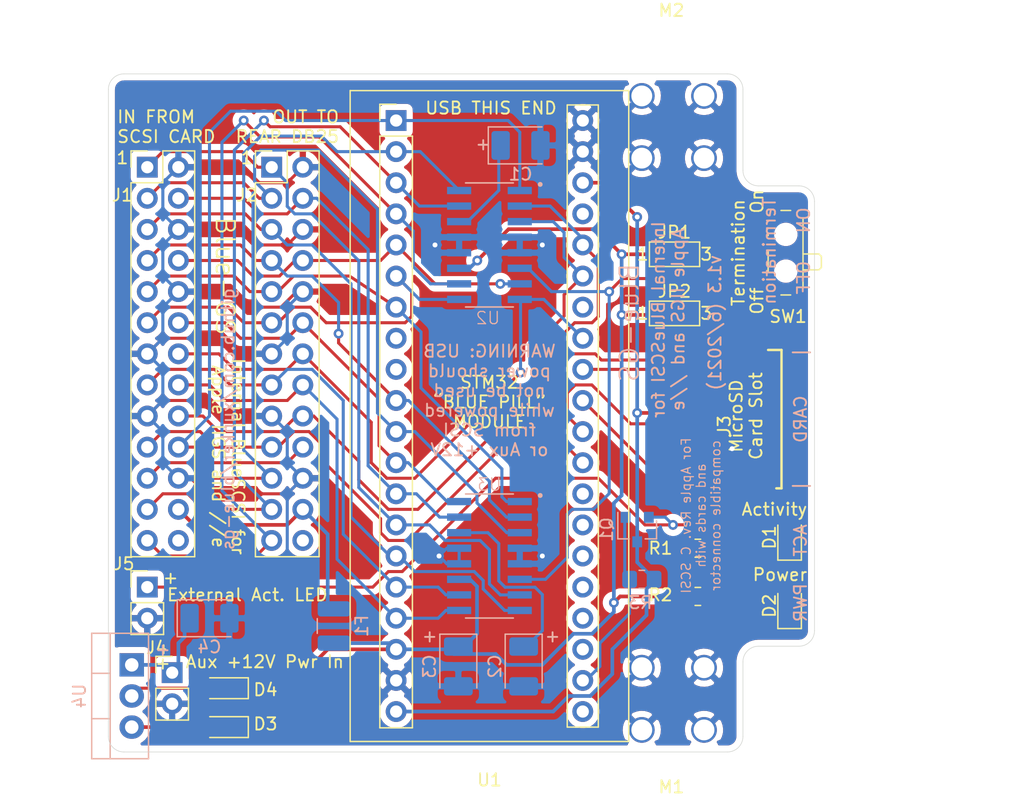
<source format=kicad_pcb>
(kicad_pcb (version 20171130) (host pcbnew "(5.1.8-0-10_14)")
  (layers (0 F.Cu signal) (31 B.Cu signal) (34 B.Paste user) (35 F.Paste user) (36 B.SilkS user) (37 F.SilkS user) (38 B.Mask user) (39 F.Mask user) (44 Edge.Cuts user))
  (net 0 "")
  (net 1 "Net-(U1-Pad37)")
  (net 2 "Net-(U1-Pad34)")
  (net 3 "Net-(U1-Pad8)")
  (net 4 "Net-(U1-Pad9)")
  (net 5 "Net-(U1-Pad28)")
  (net 6 "Net-(U1-Pad25)")
  (net 7 "Net-(U1-Pad24)")
  (net 8 "Net-(U1-Pad23)")
  (net 9 "Net-(U1-Pad21)")
  (net 10 "Net-(J1-Pad26)")
  (net 11 "Net-(J2-Pad26)")
  (net 12 +5V)
  (net 13 GND)
  (net 14 /SCSI_DB4)
  (net 15 /SCSI_DB2)
  (net 16 /SCSI_DB1)
  (net 17 /SCSI_DBP)
  (net 18 /SCSI_SEL)
  (net 19 /SCSI_ATN)
  (net 20 /SCSI_C_D)
  (net 21 /SCSI_DB7)
  (net 22 /SCSI_DB6)
  (net 23 /SCSI_DB5)
  (net 24 /SCSI_DB3)
  (net 25 /SCSI_DB0)
  (net 26 /SCSI_BSY)
  (net 27 /SCSI_ACK)
  (net 28 /SCSI_RST)
  (net 29 /SCSI_I_O)
  (net 30 /SCSI_MSG)
  (net 31 /SCSI_REQ)
  (net 32 /SD_MISO)
  (net 33 /SD_CSK)
  (net 34 +3V3)
  (net 35 /SD_MOSI)
  (net 36 /SD_CS)
  (net 37 "Net-(J3-Pad8)")
  (net 38 "Net-(J3-Pad1)")
  (net 39 "Net-(D2-Pad2)")
  (net 40 "Net-(C1-Pad1)")
  (net 41 "Net-(C2-Pad1)")
  (net 42 /TERM_DISC)
  (net 43 "Net-(D1-Pad1)")
  (net 44 /DEBUG_RX)
  (net 45 /DEBUG_TX)
  (net 46 "Net-(D4-Pad2)")
  (net 47 /+12V_AUX)
  (net 48 /TERM_EN)
  (net 49 /TERM_DIS)
  (net 50 /DISK_ACT)
  (net 51 /REG_OUT)
  (net 52 /SCSI_TERMPWR)
  (net 53 "Net-(D1-Pad2)")
  (module Package_TO_SOT_THT:TO-220-3_Vertical (layer B.Cu) (at 130.81 95.25 270)
    (fp_text reference U4 (at 2.54 4.27 90) (layer B.SilkS) (effects (justify mirror)))
    (fp_text value MC7805CT-BP)
    (pad 3 thru_hole oval (at 5.08 0 270) (size 1.905 2) (drill 1.1) (layers *.Cu *.Mask) (net 51 /REG_OUT))
    (pad 2 thru_hole oval (at 2.54 0 270) (size 1.905 2) (drill 1.1) (layers *.Cu *.Mask) (net 46 "Net-(D4-Pad2)"))
    (pad 1 thru_hole rect (at 0 0 270) (size 1.905 2) (drill 1.1) (layers *.Cu *.Mask) (net 47 /+12V_AUX))
  )
  (module "my library:keystone-7774" (layer F.Cu) (at 180.721 53.871 180)
    (fp_text reference M2 (at 5.842 12.065) (layer F.SilkS))
    (fp_text value Screw_Terminal_01x01)
    (pad 1 thru_hole circle (at 8.26 5.08 180) (size 2.1 2.1) (drill 1.7) (layers *.Cu *.Mask) (net 13 GND))
    (pad 1 thru_hole circle (at 3.18 5.08 180) (size 2.1 2.1) (drill 1.7) (layers *.Cu *.Mask) (net 13 GND))
    (pad 1 thru_hole circle (at 8.26 0 180) (size 2.1 2.1) (drill 1.7) (layers *.Cu *.Mask) (net 13 GND))
    (pad 1 thru_hole circle (at 3.18 0 180) (size 2.1 2.1) (drill 1.7) (layers *.Cu *.Mask) (net 13 GND))
  )
  (module "my library:keystone-7774" (layer F.Cu) (at 180.721 100.561 180)
    (fp_text reference M1 (at 5.842 -4.649) (layer F.SilkS))
    (fp_text value Screw_Terminal_01x01)
    (pad 1 thru_hole circle (at 8.26 5.08 180) (size 2.1 2.1) (drill 1.7) (layers *.Cu *.Mask) (net 13 GND))
    (pad 1 thru_hole circle (at 3.18 5.08 180) (size 2.1 2.1) (drill 1.7) (layers *.Cu *.Mask) (net 13 GND))
    (pad 1 thru_hole circle (at 8.26 0 180) (size 2.1 2.1) (drill 1.7) (layers *.Cu *.Mask) (net 13 GND))
    (pad 1 thru_hole circle (at 3.18 0 180) (size 2.1 2.1) (drill 1.7) (layers *.Cu *.Mask) (net 13 GND))
  )
  (module Connector_PinHeader_2.54mm:PinHeader_1x02_P2.54mm_Vertical (layer F.Cu) (at 132.08 88.9)
    (fp_text reference J5 (at -1.905 -1.905 180) (layer F.SilkS))
    (fp_text value Conn_01x02_Male)
    (pad 2 thru_hole oval (at 0 2.54) (size 1.7 1.7) (drill 1) (layers *.Cu *.Mask) (net 13 GND))
    (pad 1 thru_hole rect (at 0 0) (size 1.7 1.7) (drill 1) (layers *.Cu *.Mask) (net 53 "Net-(D1-Pad2)"))
  )
  (module Resistor_SMD:R_0805_2012Metric_Pad1.20x1.40mm_HandSolder (layer B.Cu) (at 172.466 88.265 180)
    (fp_text reference R3 (at 0.127 -1.905) (layer B.SilkS) (effects (justify mirror)))
    (fp_text value 10K)
    (pad 2 smd roundrect (at 1 0 180) (size 1.2 1.4) (layers B.Cu B.Paste B.Mask) (roundrect_rratio 0.2083325) (net 50 /DISK_ACT))
    (pad 1 smd roundrect (at -1 0 180) (size 1.2 1.4) (layers B.Cu B.Paste B.Mask) (roundrect_rratio 0.2083325) (net 34 +3V3))
  )
  (module Package_TO_SOT_SMD:SOT-23 (layer B.Cu) (at 172.085 84.201 270)
    (fp_text reference Q1 (at 0 2.5 90) (layer B.SilkS) (effects (justify mirror)))
    (fp_text value Q_PMOS_GSD)
    (pad 3 smd rect (at 1 0 270) (size 0.9 0.8) (layers B.Cu B.Paste B.Mask) (net 34 +3V3))
    (pad 2 smd rect (at -1 -0.95 270) (size 0.9 0.8) (layers B.Cu B.Paste B.Mask) (net 53 "Net-(D1-Pad2)"))
    (pad 1 smd rect (at -1 0.95 270) (size 0.9 0.8) (layers B.Cu B.Paste B.Mask) (net 50 /DISK_ACT))
  )
  (module Fuse:Fuse_1210_3225Metric (layer B.Cu) (at 147.32 92.075 90)
    (fp_text reference F1 (at 0 2.28 270) (layer B.SilkS) (effects (justify mirror)))
    (fp_text value Fuse)
    (pad 2 smd roundrect (at 1.4 0 90) (size 1.25 2.65) (layers B.Cu B.Paste B.Mask) (roundrect_rratio 0.2) (net 52 /SCSI_TERMPWR))
    (pad 1 smd roundrect (at -1.4 0 90) (size 1.25 2.65) (layers B.Cu B.Paste B.Mask) (roundrect_rratio 0.2) (net 12 +5V))
  )
  (module Jumper:SolderJumper-3_P1.3mm_Open_Pad1.0x1.5mm_NumberLabels (layer F.Cu) (at 175.133 66.548)
    (fp_text reference JP2 (at 0 -1.8) (layer F.SilkS))
    (fp_text value Jumper_3_Open)
    (fp_text user 1 (at -2.6 0) (layer F.SilkS))
    (fp_text user 3 (at 2.6 0) (layer F.SilkS))
    (pad 1 smd rect (at -1.3 0) (size 1 1.5) (layers F.Cu F.Mask) (net 12 +5V))
    (pad 2 smd rect (at 0 0) (size 1 1.5) (layers F.Cu F.Mask) (net 49 /TERM_DIS))
    (pad 3 smd rect (at 1.3 0) (size 1 1.5) (layers F.Cu F.Mask) (net 13 GND))
  )
  (module Jumper:SolderJumper-3_P1.3mm_Open_Pad1.0x1.5mm_NumberLabels (layer F.Cu) (at 175.133 61.722)
    (fp_text reference JP1 (at 0 -1.8) (layer F.SilkS))
    (fp_text value Jumper_3_Open)
    (fp_text user 1 (at -2.6 0) (layer F.SilkS))
    (fp_text user 3 (at 2.6 0) (layer F.SilkS))
    (pad 1 smd rect (at -1.3 0) (size 1 1.5) (layers F.Cu F.Mask) (net 12 +5V))
    (pad 2 smd rect (at 0 0) (size 1 1.5) (layers F.Cu F.Mask) (net 48 /TERM_EN))
    (pad 3 smd rect (at 1.3 0) (size 1 1.5) (layers F.Cu F.Mask) (net 13 GND))
  )
  (module "Molex 105162-0001:105162-0001" (layer F.Cu) (at 177.419 75.184 90)
    (fp_text reference J3 (at -0.549 1.778 90) (layer F.SilkS))
    (fp_text value 105162-0001)
    (pad 15 smd rect (at -2.204 0.105 90) (size 2.91 0.55) (layers F.Cu F.Paste F.Mask))
    (pad 14 smd rect (at 1.986 0.105 90) (size 2.91 0.55) (layers F.Cu F.Paste F.Mask))
    (pad 13 smd rect (at -5.325 4.535 90) (size 1.05 2.39) (layers F.Cu F.Paste F.Mask) (net 13 GND))
    (pad 12 smd rect (at -5.325 1.35 90) (size 1.05 1.2) (layers F.Cu F.Paste F.Mask) (net 13 GND))
    (pad 11 smd rect (at 5.325 0.78 90) (size 1.05 1.2) (layers F.Cu F.Paste F.Mask) (net 13 GND))
    (pad 10 smd rect (at 5.325 3.39 90) (size 1.05 1.08) (layers F.Cu F.Paste F.Mask) (net 13 GND))
    (pad 9 smd rect (at 5.31 4.66 90) (size 0.72 0.78) (layers F.Cu F.Paste F.Mask) (net 13 GND))
    (pad 8 smd rect (at -4.15 7.34 90) (size 0.5 1) (layers F.Cu F.Paste F.Mask) (net 37 "Net-(J3-Pad8)"))
    (pad 7 smd rect (at -3.05 7.34 90) (size 0.5 1) (layers F.Cu F.Paste F.Mask) (net 32 /SD_MISO))
    (pad 6 smd rect (at -1.95 7.34 90) (size 0.5 1) (layers F.Cu F.Paste F.Mask) (net 13 GND))
    (pad 5 smd rect (at -0.85 7.34 90) (size 0.5 1) (layers F.Cu F.Paste F.Mask) (net 33 /SD_CSK))
    (pad 4 smd rect (at 0.25 7.34 90) (size 0.5 1) (layers F.Cu F.Paste F.Mask) (net 34 +3V3))
    (pad 3 smd rect (at 1.35 7.34 90) (size 0.5 1) (layers F.Cu F.Paste F.Mask) (net 35 /SD_MOSI))
    (pad 2 smd rect (at 2.45 7.34 90) (size 0.5 1) (layers F.Cu F.Paste F.Mask) (net 36 /SD_CS))
    (pad 1 smd rect (at 3.55 7.34 90) (size 0.5 1) (layers F.Cu F.Paste F.Mask) (net 38 "Net-(J3-Pad1)"))
  )
  (module Diode_SMD:D_SOD-323_HandSoldering (layer F.Cu) (at 138.43 97.155 180)
    (fp_text reference D4 (at -3.302 -0.127) (layer F.SilkS))
    (fp_text value 1N4001)
    (pad 2 smd rect (at 1.25 0 180) (size 1 1) (layers F.Cu F.Paste F.Mask) (net 46 "Net-(D4-Pad2)"))
    (pad 1 smd rect (at -1.25 0 180) (size 1 1) (layers F.Cu F.Paste F.Mask) (net 13 GND))
  )
  (module Diode_SMD:D_SOD-323_HandSoldering (layer F.Cu) (at 138.43 100.33 180)
    (fp_text reference D3 (at -3.302 0.254) (layer F.SilkS))
    (fp_text value 1N4001)
    (pad 2 smd rect (at 1.25 0 180) (size 1 1) (layers F.Cu F.Paste F.Mask) (net 51 /REG_OUT))
    (pad 1 smd rect (at -1.25 0 180) (size 1 1) (layers F.Cu F.Paste F.Mask) (net 12 +5V))
  )
  (module Connector_PinHeader_2.54mm:PinHeader_1x02_P2.54mm_Vertical (layer F.Cu) (at 134.112 95.885)
    (fp_text reference J4 (at -1.27 -2.032 180) (layer F.SilkS))
    (fp_text value Conn_01x02_Male)
    (pad 2 thru_hole oval (at 0 2.54) (size 1.7 1.7) (drill 1) (layers *.Cu *.Mask) (net 13 GND))
    (pad 1 thru_hole rect (at 0 0) (size 1.7 1.7) (drill 1) (layers *.Cu *.Mask) (net 47 /+12V_AUX))
  )
  (module Capacitor_Tantalum_SMD:CP_EIA-3528-21_Kemet-B_Pad1.50x2.35mm_HandSolder (layer B.Cu) (at 137.16 91.44)
    (fp_text reference C4 (at 0 2.35 180) (layer B.SilkS) (effects (justify mirror)))
    (fp_text value 10uF)
    (pad 2 smd roundrect (at 1.625 0) (size 1.5 2.35) (layers B.Cu B.Paste B.Mask) (roundrect_rratio 0.1666666666666667) (net 13 GND))
    (pad 1 smd roundrect (at -1.625 0) (size 1.5 2.35) (layers B.Cu B.Paste B.Mask) (roundrect_rratio 0.1666666666666667) (net 47 /+12V_AUX))
  )
  (module Button_Switch_SMD:SW_SPDT_PCM12 (layer F.Cu) (at 183.896 61.595 90)
    (fp_text reference SW1 (at -5.207 0.508) (layer F.SilkS))
    (fp_text value SW_SPDT)
    (pad "" np_thru_hole circle (at -1.5 0.33 90) (size 0.9 0.9) (drill 0.9) (layers *.Cu *.Mask))
    (pad "" np_thru_hole circle (at 1.5 0.33 90) (size 0.9 0.9) (drill 0.9) (layers *.Cu *.Mask))
    (pad 1 smd rect (at -2.25 -1.43 90) (size 0.7 1.5) (layers F.Cu F.Paste F.Mask) (net 49 /TERM_DIS))
    (pad 2 smd rect (at 0.75 -1.43 90) (size 0.7 1.5) (layers F.Cu F.Paste F.Mask) (net 42 /TERM_DISC))
    (pad 3 smd rect (at 2.25 -1.43 90) (size 0.7 1.5) (layers F.Cu F.Paste F.Mask) (net 48 /TERM_EN))
    (pad "" smd rect (at -3.65 1.43 90) (size 1 0.8) (layers F.Cu F.Paste F.Mask))
    (pad "" smd rect (at 3.65 1.43 90) (size 1 0.8) (layers F.Cu F.Paste F.Mask))
    (pad "" smd rect (at 3.65 -0.78 90) (size 1 0.8) (layers F.Cu F.Paste F.Mask))
    (pad "" smd rect (at -3.65 -0.78 90) (size 1 0.8) (layers F.Cu F.Paste F.Mask))
  )
  (module Capacitor_Tantalum_SMD:CP_EIA-3528-21_Kemet-B_Pad1.50x2.35mm_HandSolder (layer B.Cu) (at 157.48 95.377 270)
    (fp_text reference C3 (at 0 2.35 90) (layer B.SilkS) (effects (justify mirror)))
    (fp_text value "4.7uF, 6.3v")
    (pad 2 smd roundrect (at 1.625 0 270) (size 1.5 2.35) (layers B.Cu B.Paste B.Mask) (roundrect_rratio 0.1666666666666667) (net 13 GND))
    (pad 1 smd roundrect (at -1.625 0 270) (size 1.5 2.35) (layers B.Cu B.Paste B.Mask) (roundrect_rratio 0.1666666666666667) (net 12 +5V))
  )
  (module Capacitor_Tantalum_SMD:CP_EIA-3528-21_Kemet-B_Pad1.50x2.35mm_HandSolder (layer B.Cu) (at 162.814 95.377 270)
    (fp_text reference C2 (at 0 2.35 90) (layer B.SilkS) (effects (justify mirror)))
    (fp_text value "4.7uF, 6.3v")
    (pad 2 smd roundrect (at 1.625 0 270) (size 1.5 2.35) (layers B.Cu B.Paste B.Mask) (roundrect_rratio 0.1666666666666667) (net 13 GND))
    (pad 1 smd roundrect (at -1.625 0 270) (size 1.5 2.35) (layers B.Cu B.Paste B.Mask) (roundrect_rratio 0.1666666666666667) (net 41 "Net-(C2-Pad1)"))
  )
  (module Capacitor_Tantalum_SMD:CP_EIA-3528-21_Kemet-B_Pad1.50x2.35mm_HandSolder (layer B.Cu) (at 162.56 52.832)
    (fp_text reference C1 (at 0 2.35) (layer B.SilkS) (effects (justify mirror)))
    (fp_text value "4.7uF, 6.3v")
    (pad 2 smd roundrect (at 1.625 0) (size 1.5 2.35) (layers B.Cu B.Paste B.Mask) (roundrect_rratio 0.1666666666666667) (net 13 GND))
    (pad 1 smd roundrect (at -1.625 0) (size 1.5 2.35) (layers B.Cu B.Paste B.Mask) (roundrect_rratio 0.1666666666666667) (net 40 "Net-(C1-Pad1)"))
  )
  (module LED_SMD:LED_0805_2012Metric_Pad1.15x1.40mm_HandSolder (layer F.Cu) (at 184.531 90.424 90)
    (fp_text reference D2 (at 0 -1.65 90) (layer F.SilkS))
    (fp_text value LED)
    (pad 2 smd roundrect (at 1.025 0 90) (size 1.15 1.4) (layers F.Cu F.Paste F.Mask) (roundrect_rratio 0.2173904347826087) (net 39 "Net-(D2-Pad2)"))
    (pad 1 smd roundrect (at -1.025 0 90) (size 1.15 1.4) (layers F.Cu F.Paste F.Mask) (roundrect_rratio 0.2173904347826087) (net 13 GND))
  )
  (module LED_SMD:LED_0805_2012Metric_Pad1.15x1.40mm_HandSolder (layer F.Cu) (at 184.531 84.836 90)
    (fp_text reference D1 (at 0 -1.65 90) (layer F.SilkS))
    (fp_text value LED)
    (pad 2 smd roundrect (at 1.025 0 90) (size 1.15 1.4) (layers F.Cu F.Paste F.Mask) (roundrect_rratio 0.2173904347826087) (net 53 "Net-(D1-Pad2)"))
    (pad 1 smd roundrect (at -1.025 0 90) (size 1.15 1.4) (layers F.Cu F.Paste F.Mask) (roundrect_rratio 0.2173904347826087) (net 43 "Net-(D1-Pad1)"))
  )
  (module Resistor_SMD:R_0805_2012Metric_Pad1.20x1.40mm_HandSolder (layer F.Cu) (at 177.038 89.662 180)
    (fp_text reference R2 (at 3.048 0.127) (layer F.SilkS))
    (fp_text value 1K)
    (pad 2 smd roundrect (at 1 0 180) (size 1.2 1.4) (layers F.Cu F.Paste F.Mask) (roundrect_rratio 0.2083325) (net 12 +5V))
    (pad 1 smd roundrect (at -1 0 180) (size 1.2 1.4) (layers F.Cu F.Paste F.Mask) (roundrect_rratio 0.2083325) (net 39 "Net-(D2-Pad2)"))
  )
  (module Resistor_SMD:R_0805_2012Metric_Pad1.20x1.40mm_HandSolder (layer F.Cu) (at 177.038 85.725)
    (fp_text reference R1 (at -3.048 0) (layer F.SilkS))
    (fp_text value 470)
    (pad 2 smd roundrect (at 1 0) (size 1.2 1.4) (layers F.Cu F.Paste F.Mask) (roundrect_rratio 0.2083325) (net 43 "Net-(D1-Pad1)"))
    (pad 1 smd roundrect (at -1 0) (size 1.2 1.4) (layers F.Cu F.Paste F.Mask) (roundrect_rratio 0.2083325) (net 13 GND))
  )
  (module Connector_PinHeader_2.54mm:PinHeader_2x13_P2.54mm_Vertical (layer F.Cu) (at 142.24 54.61)
    (fp_text reference J2 (at -2.032 2.286) (layer F.SilkS))
    (fp_text value Conn_02x13_Odd_Even)
    (pad 26 thru_hole oval (at 2.54 30.48) (size 1.7 1.7) (drill 1) (layers *.Cu *.Mask) (net 11 "Net-(J2-Pad26)"))
    (pad 25 thru_hole oval (at 0 30.48) (size 1.7 1.7) (drill 1) (layers *.Cu *.Mask) (net 21 /SCSI_DB7))
    (pad 24 thru_hole oval (at 2.54 27.94) (size 1.7 1.7) (drill 1) (layers *.Cu *.Mask) (net 52 /SCSI_TERMPWR))
    (pad 23 thru_hole oval (at 0 27.94) (size 1.7 1.7) (drill 1) (layers *.Cu *.Mask) (net 22 /SCSI_DB6))
    (pad 22 thru_hole oval (at 2.54 25.4) (size 1.7 1.7) (drill 1) (layers *.Cu *.Mask) (net 13 GND))
    (pad 21 thru_hole oval (at 0 25.4) (size 1.7 1.7) (drill 1) (layers *.Cu *.Mask) (net 23 /SCSI_DB5))
    (pad 20 thru_hole oval (at 2.54 22.86) (size 1.7 1.7) (drill 1) (layers *.Cu *.Mask) (net 14 /SCSI_DB4))
    (pad 19 thru_hole oval (at 0 22.86) (size 1.7 1.7) (drill 1) (layers *.Cu *.Mask) (net 24 /SCSI_DB3))
    (pad 18 thru_hole oval (at 2.54 20.32) (size 1.7 1.7) (drill 1) (layers *.Cu *.Mask) (net 15 /SCSI_DB2))
    (pad 17 thru_hole oval (at 0 20.32) (size 1.7 1.7) (drill 1) (layers *.Cu *.Mask) (net 13 GND))
    (pad 16 thru_hole oval (at 2.54 17.78) (size 1.7 1.7) (drill 1) (layers *.Cu *.Mask) (net 16 /SCSI_DB1))
    (pad 15 thru_hole oval (at 0 17.78) (size 1.7 1.7) (drill 1) (layers *.Cu *.Mask) (net 25 /SCSI_DB0))
    (pad 14 thru_hole oval (at 2.54 15.24) (size 1.7 1.7) (drill 1) (layers *.Cu *.Mask) (net 17 /SCSI_DBP))
    (pad 13 thru_hole oval (at 0 15.24) (size 1.7 1.7) (drill 1) (layers *.Cu *.Mask) (net 13 GND))
    (pad 12 thru_hole oval (at 2.54 12.7) (size 1.7 1.7) (drill 1) (layers *.Cu *.Mask) (net 18 /SCSI_SEL))
    (pad 11 thru_hole oval (at 0 12.7) (size 1.7 1.7) (drill 1) (layers *.Cu *.Mask) (net 26 /SCSI_BSY))
    (pad 10 thru_hole oval (at 2.54 10.16) (size 1.7 1.7) (drill 1) (layers *.Cu *.Mask) (net 13 GND))
    (pad 9 thru_hole oval (at 0 10.16) (size 1.7 1.7) (drill 1) (layers *.Cu *.Mask) (net 27 /SCSI_ACK))
    (pad 8 thru_hole oval (at 2.54 7.62) (size 1.7 1.7) (drill 1) (layers *.Cu *.Mask) (net 19 /SCSI_ATN))
    (pad 7 thru_hole oval (at 0 7.62) (size 1.7 1.7) (drill 1) (layers *.Cu *.Mask) (net 28 /SCSI_RST))
    (pad 6 thru_hole oval (at 2.54 5.08) (size 1.7 1.7) (drill 1) (layers *.Cu *.Mask) (net 13 GND))
    (pad 5 thru_hole oval (at 0 5.08) (size 1.7 1.7) (drill 1) (layers *.Cu *.Mask) (net 29 /SCSI_I_O))
    (pad 4 thru_hole oval (at 2.54 2.54) (size 1.7 1.7) (drill 1) (layers *.Cu *.Mask) (net 20 /SCSI_C_D))
    (pad 3 thru_hole oval (at 0 2.54) (size 1.7 1.7) (drill 1) (layers *.Cu *.Mask) (net 30 /SCSI_MSG))
    (pad 2 thru_hole oval (at 2.54 0) (size 1.7 1.7) (drill 1) (layers *.Cu *.Mask) (net 13 GND))
    (pad 1 thru_hole rect (at 0 0) (size 1.7 1.7) (drill 1) (layers *.Cu *.Mask) (net 31 /SCSI_REQ))
  )
  (module "my library:YAAJ_BluePill_2" (layer F.Cu) (at 152.4 50.8)
    (fp_text reference U1 (at 7.62 53.848) (layer F.SilkS))
    (fp_text value YAAJ_BluePill hide)
    (pad 40 thru_hole circle (at 15.24 0) (size 1.7 1.7) (drill 1) (layers *.Cu *.Mask) (net 13 GND))
    (pad 1 thru_hole rect (at 0 0) (size 1.7 1.7) (drill 1) (layers *.Cu *.Mask) (net 14 /SCSI_DB4))
    (pad 39 thru_hole circle (at 15.24 2.54) (size 1.7 1.7) (drill 1) (layers *.Cu *.Mask) (net 13 GND))
    (pad 2 thru_hole circle (at 0 2.54) (size 1.7 1.7) (drill 1) (layers *.Cu *.Mask) (net 23 /SCSI_DB5))
    (pad 38 thru_hole circle (at 15.24 5.08) (size 1.7 1.7) (drill 1) (layers *.Cu *.Mask) (net 34 +3V3))
    (pad 3 thru_hole circle (at 0 5.08) (size 1.7 1.7) (drill 1) (layers *.Cu *.Mask) (net 22 /SCSI_DB6))
    (pad 37 thru_hole circle (at 15.24 7.62) (size 1.7 1.7) (drill 1) (layers *.Cu *.Mask) (net 1 "Net-(U1-Pad37)"))
    (pad 4 thru_hole circle (at 0 7.62) (size 1.7 1.7) (drill 1) (layers *.Cu *.Mask) (net 21 /SCSI_DB7))
    (pad 36 thru_hole circle (at 15.24 10.16) (size 1.7 1.7) (drill 1) (layers *.Cu *.Mask) (net 24 /SCSI_DB3))
    (pad 5 thru_hole circle (at 0 10.16) (size 1.7 1.7) (drill 1) (layers *.Cu *.Mask) (net 19 /SCSI_ATN))
    (pad 35 thru_hole circle (at 15.24 12.7) (size 1.7 1.7) (drill 1) (layers *.Cu *.Mask) (net 15 /SCSI_DB2))
    (pad 6 thru_hole circle (at 0 12.7) (size 1.7 1.7) (drill 1) (layers *.Cu *.Mask) (net 26 /SCSI_BSY))
    (pad 34 thru_hole circle (at 15.24 15.24) (size 1.7 1.7) (drill 1) (layers *.Cu *.Mask) (net 2 "Net-(U1-Pad34)"))
    (pad 7 thru_hole circle (at 0 15.24) (size 1.7 1.7) (drill 1) (layers *.Cu *.Mask) (net 27 /SCSI_ACK))
    (pad 33 thru_hole circle (at 15.24 17.78) (size 1.7 1.7) (drill 1) (layers *.Cu *.Mask) (net 17 /SCSI_DBP))
    (pad 8 thru_hole circle (at 0 17.78) (size 1.7 1.7) (drill 1) (layers *.Cu *.Mask) (net 3 "Net-(U1-Pad8)"))
    (pad 32 thru_hole circle (at 15.24 20.32) (size 1.7 1.7) (drill 1) (layers *.Cu *.Mask) (net 35 /SD_MOSI))
    (pad 9 thru_hole circle (at 0 20.32) (size 1.7 1.7) (drill 1) (layers *.Cu *.Mask) (net 4 "Net-(U1-Pad9)"))
    (pad 31 thru_hole circle (at 15.24 22.86) (size 1.7 1.7) (drill 1) (layers *.Cu *.Mask) (net 32 /SD_MISO))
    (pad 10 thru_hole circle (at 0 22.86) (size 1.7 1.7) (drill 1) (layers *.Cu *.Mask) (net 28 /SCSI_RST))
    (pad 30 thru_hole circle (at 15.24 25.4) (size 1.7 1.7) (drill 1) (layers *.Cu *.Mask) (net 33 /SD_CSK))
    (pad 11 thru_hole circle (at 0 25.4) (size 1.7 1.7) (drill 1) (layers *.Cu *.Mask) (net 30 /SCSI_MSG))
    (pad 29 thru_hole circle (at 15.24 27.94) (size 1.7 1.7) (drill 1) (layers *.Cu *.Mask) (net 36 /SD_CS))
    (pad 12 thru_hole circle (at 0 27.94) (size 1.7 1.7) (drill 1) (layers *.Cu *.Mask) (net 18 /SCSI_SEL))
    (pad 28 thru_hole circle (at 15.24 30.48) (size 1.7 1.7) (drill 1) (layers *.Cu *.Mask) (net 5 "Net-(U1-Pad28)"))
    (pad 13 thru_hole circle (at 0 30.48) (size 1.7 1.7) (drill 1) (layers *.Cu *.Mask) (net 20 /SCSI_C_D))
    (pad 27 thru_hole circle (at 15.24 33.02) (size 1.7 1.7) (drill 1) (layers *.Cu *.Mask) (net 44 /DEBUG_RX))
    (pad 14 thru_hole circle (at 0 33.02) (size 1.7 1.7) (drill 1) (layers *.Cu *.Mask) (net 31 /SCSI_REQ))
    (pad 26 thru_hole circle (at 15.24 35.56) (size 1.7 1.7) (drill 1) (layers *.Cu *.Mask) (net 45 /DEBUG_TX))
    (pad 15 thru_hole circle (at 0 35.56) (size 1.7 1.7) (drill 1) (layers *.Cu *.Mask) (net 29 /SCSI_I_O))
    (pad 25 thru_hole circle (at 15.24 38.1) (size 1.7 1.7) (drill 1) (layers *.Cu *.Mask) (net 6 "Net-(U1-Pad25)"))
    (pad 16 thru_hole circle (at 0 38.1) (size 1.7 1.7) (drill 1) (layers *.Cu *.Mask) (net 25 /SCSI_DB0))
    (pad 24 thru_hole circle (at 15.24 40.64) (size 1.7 1.7) (drill 1) (layers *.Cu *.Mask) (net 7 "Net-(U1-Pad24)"))
    (pad 17 thru_hole circle (at 0 40.64) (size 1.7 1.7) (drill 1) (layers *.Cu *.Mask) (net 16 /SCSI_DB1))
    (pad 23 thru_hole circle (at 15.24 43.18) (size 1.7 1.7) (drill 1) (layers *.Cu *.Mask) (net 8 "Net-(U1-Pad23)"))
    (pad 18 thru_hole circle (at 0 43.18) (size 1.7 1.7) (drill 1) (layers *.Cu *.Mask) (net 12 +5V))
    (pad 22 thru_hole circle (at 15.24 45.72) (size 1.7 1.7) (drill 1) (layers *.Cu *.Mask) (net 50 /DISK_ACT))
    (pad 19 thru_hole circle (at 0 45.72) (size 1.7 1.7) (drill 1) (layers *.Cu *.Mask) (net 13 GND))
    (pad 21 thru_hole circle (at 15.24 48.26) (size 1.7 1.7) (drill 1) (layers *.Cu *.Mask) (net 9 "Net-(U1-Pad21)"))
    (pad 20 thru_hole circle (at 0 48.26) (size 1.7 1.7) (drill 1) (layers *.Cu *.Mask) (net 34 +3V3))
  )
  (module "my library:SOIC127P600X175-16N" (layer B.Cu) (at 160.02 86.36 180)
    (fp_text reference U3 (at 0 5.842) (layer B.SilkS) (effects (font (thickness 0.1)) (justify mirror)))
    (fp_text value "UC560x, UCC56xx")
    (pad 1 smd rect (at -2.475 4.445 180) (size 1.97 0.6) (layers B.Cu B.Paste B.Mask) (net 27 /SCSI_ACK))
    (pad 2 smd rect (at -2.475 3.175 180) (size 1.97 0.6) (layers B.Cu B.Paste B.Mask) (net 28 /SCSI_RST))
    (pad 3 smd rect (at -2.475 1.905 180) (size 1.97 0.6) (layers B.Cu B.Paste B.Mask) (net 30 /SCSI_MSG))
    (pad 4 smd rect (at -2.475 0.635 180) (size 1.97 0.6) (layers B.Cu B.Paste B.Mask) (net 13 GND))
    (pad 5 smd rect (at -2.475 -0.635 180) (size 1.97 0.6) (layers B.Cu B.Paste B.Mask) (net 13 GND))
    (pad 6 smd rect (at -2.475 -1.905 180) (size 1.97 0.6) (layers B.Cu B.Paste B.Mask) (net 42 /TERM_DISC))
    (pad 7 smd rect (at -2.475 -3.175 180) (size 1.97 0.6) (layers B.Cu B.Paste B.Mask) (net 31 /SCSI_REQ))
    (pad 8 smd rect (at -2.475 -4.445 180) (size 1.97 0.6) (layers B.Cu B.Paste B.Mask) (net 29 /SCSI_I_O))
    (pad 9 smd rect (at 2.475 -4.445 180) (size 1.97 0.6) (layers B.Cu B.Paste B.Mask) (net 16 /SCSI_DB1))
    (pad 10 smd rect (at 2.475 -3.175 180) (size 1.97 0.6) (layers B.Cu B.Paste B.Mask) (net 25 /SCSI_DB0))
    (pad 11 smd rect (at 2.475 -1.905 180) (size 1.97 0.6) (layers B.Cu B.Paste B.Mask) (net 12 +5V))
    (pad 12 smd rect (at 2.475 -0.635 180) (size 1.97 0.6) (layers B.Cu B.Paste B.Mask) (net 13 GND))
    (pad 13 smd rect (at 2.475 0.635 180) (size 1.97 0.6) (layers B.Cu B.Paste B.Mask) (net 13 GND))
    (pad 14 smd rect (at 2.475 1.905 180) (size 1.97 0.6) (layers B.Cu B.Paste B.Mask) (net 41 "Net-(C2-Pad1)"))
    (pad 15 smd rect (at 2.475 3.175 180) (size 1.97 0.6) (layers B.Cu B.Paste B.Mask) (net 20 /SCSI_C_D))
    (pad 16 smd rect (at 2.475 4.445 180) (size 1.97 0.6) (layers B.Cu B.Paste B.Mask) (net 18 /SCSI_SEL))
  )
  (module "my library:SOIC127P600X175-16N" (layer B.Cu) (at 160.02 60.96 180)
    (fp_text reference U2 (at 0.127 -5.969) (layer B.SilkS) (effects (font (thickness 0.1)) (justify mirror)))
    (fp_text value "UC560x, UCC56xx")
    (pad 1 smd rect (at -2.475 4.445 180) (size 1.97 0.6) (layers B.Cu B.Paste B.Mask) (net 14 /SCSI_DB4))
    (pad 2 smd rect (at -2.475 3.175 180) (size 1.97 0.6) (layers B.Cu B.Paste B.Mask) (net 24 /SCSI_DB3))
    (pad 3 smd rect (at -2.475 1.905 180) (size 1.97 0.6) (layers B.Cu B.Paste B.Mask) (net 15 /SCSI_DB2))
    (pad 4 smd rect (at -2.475 0.635 180) (size 1.97 0.6) (layers B.Cu B.Paste B.Mask) (net 13 GND))
    (pad 5 smd rect (at -2.475 -0.635 180) (size 1.97 0.6) (layers B.Cu B.Paste B.Mask) (net 13 GND))
    (pad 6 smd rect (at -2.475 -1.905 180) (size 1.97 0.6) (layers B.Cu B.Paste B.Mask) (net 42 /TERM_DISC))
    (pad 7 smd rect (at -2.475 -3.175 180) (size 1.97 0.6) (layers B.Cu B.Paste B.Mask) (net 19 /SCSI_ATN))
    (pad 8 smd rect (at -2.475 -4.445 180) (size 1.97 0.6) (layers B.Cu B.Paste B.Mask) (net 17 /SCSI_DBP))
    (pad 9 smd rect (at 2.475 -4.445 180) (size 1.97 0.6) (layers B.Cu B.Paste B.Mask) (net 26 /SCSI_BSY))
    (pad 10 smd rect (at 2.475 -3.175 180) (size 1.97 0.6) (layers B.Cu B.Paste B.Mask) (net 21 /SCSI_DB7))
    (pad 11 smd rect (at 2.475 -1.905 180) (size 1.97 0.6) (layers B.Cu B.Paste B.Mask) (net 12 +5V))
    (pad 12 smd rect (at 2.475 -0.635 180) (size 1.97 0.6) (layers B.Cu B.Paste B.Mask) (net 13 GND))
    (pad 13 smd rect (at 2.475 0.635 180) (size 1.97 0.6) (layers B.Cu B.Paste B.Mask) (net 13 GND))
    (pad 14 smd rect (at 2.475 1.905 180) (size 1.97 0.6) (layers B.Cu B.Paste B.Mask) (net 40 "Net-(C1-Pad1)"))
    (pad 15 smd rect (at 2.475 3.175 180) (size 1.97 0.6) (layers B.Cu B.Paste B.Mask) (net 22 /SCSI_DB6))
    (pad 16 smd rect (at 2.475 4.445 180) (size 1.97 0.6) (layers B.Cu B.Paste B.Mask) (net 23 /SCSI_DB5))
  )
  (module Connector_PinHeader_2.54mm:PinHeader_2x13_P2.54mm_Vertical (layer F.Cu) (at 132.08 54.61)
    (fp_text reference J1 (at -2.032 2.286) (layer F.SilkS))
    (fp_text value Conn_02x13_Odd_Even)
    (pad 26 thru_hole oval (at 2.54 30.48) (size 1.7 1.7) (drill 1) (layers *.Cu *.Mask) (net 10 "Net-(J1-Pad26)"))
    (pad 25 thru_hole oval (at 0 30.48) (size 1.7 1.7) (drill 1) (layers *.Cu *.Mask) (net 21 /SCSI_DB7))
    (pad 24 thru_hole oval (at 2.54 27.94) (size 1.7 1.7) (drill 1) (layers *.Cu *.Mask) (net 52 /SCSI_TERMPWR))
    (pad 23 thru_hole oval (at 0 27.94) (size 1.7 1.7) (drill 1) (layers *.Cu *.Mask) (net 22 /SCSI_DB6))
    (pad 22 thru_hole oval (at 2.54 25.4) (size 1.7 1.7) (drill 1) (layers *.Cu *.Mask) (net 13 GND))
    (pad 21 thru_hole oval (at 0 25.4) (size 1.7 1.7) (drill 1) (layers *.Cu *.Mask) (net 23 /SCSI_DB5))
    (pad 20 thru_hole oval (at 2.54 22.86) (size 1.7 1.7) (drill 1) (layers *.Cu *.Mask) (net 14 /SCSI_DB4))
    (pad 19 thru_hole oval (at 0 22.86) (size 1.7 1.7) (drill 1) (layers *.Cu *.Mask) (net 24 /SCSI_DB3))
    (pad 18 thru_hole oval (at 2.54 20.32) (size 1.7 1.7) (drill 1) (layers *.Cu *.Mask) (net 15 /SCSI_DB2))
    (pad 17 thru_hole oval (at 0 20.32) (size 1.7 1.7) (drill 1) (layers *.Cu *.Mask) (net 13 GND))
    (pad 16 thru_hole oval (at 2.54 17.78) (size 1.7 1.7) (drill 1) (layers *.Cu *.Mask) (net 16 /SCSI_DB1))
    (pad 15 thru_hole oval (at 0 17.78) (size 1.7 1.7) (drill 1) (layers *.Cu *.Mask) (net 25 /SCSI_DB0))
    (pad 14 thru_hole oval (at 2.54 15.24) (size 1.7 1.7) (drill 1) (layers *.Cu *.Mask) (net 17 /SCSI_DBP))
    (pad 13 thru_hole oval (at 0 15.24) (size 1.7 1.7) (drill 1) (layers *.Cu *.Mask) (net 13 GND))
    (pad 12 thru_hole oval (at 2.54 12.7) (size 1.7 1.7) (drill 1) (layers *.Cu *.Mask) (net 18 /SCSI_SEL))
    (pad 11 thru_hole oval (at 0 12.7) (size 1.7 1.7) (drill 1) (layers *.Cu *.Mask) (net 26 /SCSI_BSY))
    (pad 10 thru_hole oval (at 2.54 10.16) (size 1.7 1.7) (drill 1) (layers *.Cu *.Mask) (net 13 GND))
    (pad 9 thru_hole oval (at 0 10.16) (size 1.7 1.7) (drill 1) (layers *.Cu *.Mask) (net 27 /SCSI_ACK))
    (pad 8 thru_hole oval (at 2.54 7.62) (size 1.7 1.7) (drill 1) (layers *.Cu *.Mask) (net 19 /SCSI_ATN))
    (pad 7 thru_hole oval (at 0 7.62) (size 1.7 1.7) (drill 1) (layers *.Cu *.Mask) (net 28 /SCSI_RST))
    (pad 6 thru_hole oval (at 2.54 5.08) (size 1.7 1.7) (drill 1) (layers *.Cu *.Mask) (net 13 GND))
    (pad 5 thru_hole oval (at 0 5.08) (size 1.7 1.7) (drill 1) (layers *.Cu *.Mask) (net 29 /SCSI_I_O))
    (pad 4 thru_hole oval (at 2.54 2.54) (size 1.7 1.7) (drill 1) (layers *.Cu *.Mask) (net 20 /SCSI_C_D))
    (pad 3 thru_hole oval (at 0 2.54) (size 1.7 1.7) (drill 1) (layers *.Cu *.Mask) (net 30 /SCSI_MSG))
    (pad 2 thru_hole oval (at 2.54 0) (size 1.7 1.7) (drill 1) (layers *.Cu *.Mask) (net 13 GND))
    (pad 1 thru_hole rect (at 0 0) (size 1.7 1.7) (drill 1) (layers *.Cu *.Mask) (net 31 /SCSI_REQ))
  )
  (gr_text "|    CARD    |" (at 185.42 75.184 90) (layer B.SilkS) (effects (font (size 1 1)) (justify mirror)))
  (gr_text "External Act. LED" (at 133.604 89.535) (layer F.SilkS) (effects (font (size 1 1)) (justify left)))
  (gr_text + (at 133.985 88.265 180) (layer F.SilkS) (effects (font (size 1 1))))
  (gr_text Blue-GS (at 138.43 63.5 270) (layer F.SilkS) (effects (font (size 1.5 1.5))))
  (gr_text "v1.3 (6/2021)" (at 178.435 67.31 90) (layer B.SilkS) (effects (font (size 1 1)) (justify mirror)))
  (gr_text Blue-GS (at 171.45 67.31 90) (layer B.SilkS) (effects (font (size 1.5 1.5)) (justify mirror)))
  (gr_text + (at 133.35 95.25 180) (layer F.SilkS) (effects (font (size 1 1))))
  (gr_text + (at 133.35 93.98) (layer B.SilkS) (effects (font (size 1 1)) (justify mirror)))
  (gr_text "Aux +12V Pwr In" (at 135.128 94.996) (layer F.SilkS) (effects (font (size 1 1)) (justify left)))
  (gr_text "Internal BlueSCSI for\nApple IIGS and //e" (at 174.625 67.056 90) (layer B.SilkS) (effects (font (size 1 1)) (justify mirror)))
  (gr_arc (start 181.991 94.996) (end 181.991 93.726) (angle -90) (layer Edge.Cuts) (width 0.05))
  (gr_arc (start 181.991 54.864) (end 180.721 54.864) (angle -90) (layer Edge.Cuts) (width 0.05))
  (gr_arc (start 185.293 57.404) (end 186.563 57.404) (angle -90) (layer Edge.Cuts) (width 0.05))
  (gr_arc (start 185.293 92.456) (end 185.293 93.726) (angle -90) (layer Edge.Cuts) (width 0.05))
  (gr_arc (start 130.175 101.092) (end 128.905 101.092) (angle -90) (layer Edge.Cuts) (width 0.05))
  (gr_arc (start 179.451 101.092) (end 179.451 102.362) (angle -90) (layer Edge.Cuts) (width 0.05))
  (gr_arc (start 179.451 48.26) (end 180.721 48.26) (angle -90) (layer Edge.Cuts) (width 0.05))
  (gr_arc (start 130.175 48.26) (end 130.175 46.99) (angle -90) (layer Edge.Cuts) (width 0.05))
  (gr_text "WARNING: USB\npower should\nnot be used\nwhile powered\nfrom SCSI\nor Aux +12V" (at 160.02 73.66) (layer B.SilkS) (effects (font (size 1 1)) (justify mirror)))
  (gr_line (start 181.991 93.726) (end 185.293 93.726) (layer Edge.Cuts) (width 0.05))
  (gr_line (start 180.721 94.996) (end 180.721 101.092) (layer Edge.Cuts) (width 0.05))
  (gr_line (start 181.991 56.134) (end 185.293 56.134) (layer Edge.Cuts) (width 0.05))
  (gr_line (start 180.721 48.26) (end 180.721 54.864) (layer Edge.Cuts) (width 0.05))
  (gr_text "For Apple Rev. C SCSI\nand cards with\ncompatible connector" (at 177.292 83.058 90) (layer B.SilkS) (effects (font (size 0.75 0.75) (thickness 0.1)) (justify mirror)))
  (gr_text "MicroSD\nCard Slot" (at 180.975 74.93 90) (layer F.SilkS) (effects (font (size 1 1))))
  (gr_text Off (at 181.864 65.532 90) (layer F.SilkS) (effects (font (size 1 1))))
  (gr_text On (at 181.864 57.404 90) (layer F.SilkS) (effects (font (size 1 1))))
  (gr_text Termination (at 180.34 61.595 90) (layer F.SilkS) (effects (font (size 1 1))))
  (gr_text Power (at 186.055 87.884) (layer F.SilkS) (effects (font (size 1 1)) (justify right)))
  (gr_text Activity (at 186.055 82.55) (layer F.SilkS) (effects (font (size 1 1)) (justify right)))
  (gr_text github.com/xunker/blue-gs (at 138.684 75.184 90) (layer B.SilkS) (effects (font (size 1 1)) (justify mirror)))
  (gr_text "Internal BlueSCSI for\nApple IIGS and //e\n" (at 138.684 78.232 270) (layer F.SilkS) (effects (font (size 1 1))))
  (gr_text + (at 155.067 92.964 90) (layer B.SilkS) (effects (font (size 1 1)) (justify mirror)))
  (gr_text + (at 165.1 92.964 90) (layer B.SilkS) (effects (font (size 1 1)) (justify mirror)))
  (gr_text + (at 159.512 52.705) (layer B.SilkS) (effects (font (size 1 1)) (justify mirror)))
  (gr_text "ON   OFF" (at 185.674 61.468 90) (layer B.SilkS) (effects (font (size 1 1)) (justify mirror)))
  (gr_text PWR (at 185.42 90.17 90) (layer B.SilkS) (effects (font (size 1 1)) (justify mirror)))
  (gr_text ACT (at 185.42 85.09 90) (layer B.SilkS) (effects (font (size 1 1)) (justify mirror)))
  (gr_text Termination (at 182.88 61.468 90) (layer B.SilkS) (effects (font (size 1 1)) (justify mirror)))
  (gr_text "STM32\n“BLUE PILL”\nMODULE" (at 160.02 73.787) (layer F.SilkS) (effects (font (size 1 1))))
  (gr_text 1 (at 130.048 53.848) (layer F.SilkS) (effects (font (size 1 1))))
  (gr_text 1 (at 140.208 53.848) (layer F.SilkS) (effects (font (size 1 1))))
  (gr_text "USB THIS END" (at 160.147 49.784) (layer F.SilkS) (effects (font (size 1 1))))
  (gr_text "OUT TO\nREAR DB25\n" (at 147.828 51.308) (layer F.SilkS) (effects (font (size 1 1)) (justify right)))
  (gr_text "IN FROM\nSCSI CARD" (at 129.54 51.308) (layer F.SilkS) (effects (font (size 1 1)) (justify left)))
  (gr_line (start 130.175 46.99) (end 179.451 46.99) (layer Edge.Cuts) (width 0.05))
  (gr_line (start 128.905 101.092) (end 128.905 48.26) (layer Edge.Cuts) (width 0.05))
  (gr_line (start 179.451 102.362) (end 130.175 102.362) (layer Edge.Cuts) (width 0.05))
  (gr_line (start 186.563 57.404) (end 186.563 92.456) (layer Edge.Cuts) (width 0.05))
  (via (at 159.02532 62.233641) (size 0.8) (drill 0.4) (layers F.Cu B.Cu) (net 12))
  (segment (start 157.545 62.865) (end 158.393961 62.865) (width 0.3) (layer B.Cu) (net 12))
  (segment (start 158.393961 62.865) (end 159.02532 62.233641) (width 0.3) (layer B.Cu) (net 12))
  (segment (start 159.004 92.71) (end 157.734 93.98) (width 0.3) (layer B.Cu) (net 12))
  (segment (start 159.004 88.8425) (end 159.004 92.71) (width 0.3) (layer B.Cu) (net 12))
  (segment (start 157.734 93.98) (end 152.4 93.98) (width 0.3) (layer B.Cu) (net 12))
  (segment (start 158.4265 88.265) (end 159.004 88.8425) (width 0.3) (layer B.Cu) (net 12))
  (segment (start 157.545 88.265) (end 158.4265 88.265) (width 0.3) (layer B.Cu) (net 12))
  (segment (start 161.58796 59.671001) (end 168.764001 59.671001) (width 0.3) (layer F.Cu) (net 12))
  (segment (start 173.833 61.722) (end 170.815 61.722) (width 0.3) (layer F.Cu) (net 12))
  (segment (start 159.02532 62.233641) (end 161.58796 59.671001) (width 0.3) (layer F.Cu) (net 12))
  (segment (start 168.764001 59.671001) (end 170.815 61.722) (width 0.3) (layer F.Cu) (net 12))
  (via (at 170.815 61.722) (size 0.8) (drill 0.4) (layers F.Cu B.Cu) (net 12))
  (segment (start 151.895 93.475) (end 152.4 93.98) (width 0.3) (layer B.Cu) (net 12))
  (segment (start 170.814998 66.675) (end 170.814998 61.722002) (width 0.3) (layer B.Cu) (net 12))
  (segment (start 173.579 66.675) (end 170.814998 66.675) (width 0.3) (layer F.Cu) (net 12))
  (segment (start 170.814998 61.722002) (end 170.815 61.722) (width 0.3) (layer B.Cu) (net 12))
  (segment (start 173.833 66.421) (end 173.579 66.675) (width 0.3) (layer F.Cu) (net 12))
  (via (at 170.814998 66.675) (size 0.8) (drill 0.4) (layers F.Cu B.Cu) (net 12))
  (segment (start 176.038 89.662) (end 170.688 89.662) (width 0.3) (layer F.Cu) (net 12))
  (segment (start 170.688 89.662) (end 170.18 90.17) (width 0.3) (layer F.Cu) (net 12))
  (via (at 170.18 90.17) (size 0.8) (drill 0.4) (layers F.Cu B.Cu) (net 12))
  (segment (start 170.814998 81.407002) (end 170.814998 66.675) (width 0.3) (layer B.Cu) (net 12))
  (segment (start 170.18 82.042) (end 170.814998 81.407002) (width 0.3) (layer B.Cu) (net 12))
  (segment (start 170.18 90.17) (end 170.18 82.042) (width 0.3) (layer B.Cu) (net 12))
  (segment (start 157.1125 94.361) (end 156.718 93.9665) (width 0.3) (layer B.Cu) (net 12))
  (segment (start 160.529687 94.361) (end 157.1125 94.361) (width 0.3) (layer B.Cu) (net 12))
  (segment (start 161.418687 95.25) (end 160.529687 94.361) (width 0.3) (layer B.Cu) (net 12))
  (segment (start 170.18 90.17) (end 170.18 90.932) (width 0.3) (layer B.Cu) (net 12))
  (segment (start 164.338 95.25) (end 161.418687 95.25) (width 0.3) (layer B.Cu) (net 12))
  (segment (start 166.878 92.71) (end 164.338 95.25) (width 0.3) (layer B.Cu) (net 12))
  (segment (start 168.402 92.71) (end 166.878 92.71) (width 0.3) (layer B.Cu) (net 12))
  (segment (start 170.18 90.932) (end 168.402 92.71) (width 0.3) (layer B.Cu) (net 12))
  (segment (start 147.955 93.475) (end 151.895 93.475) (width 0.3) (layer B.Cu) (net 12))
  (segment (start 146.815 93.98) (end 152.4 93.98) (width 0.3) (layer F.Cu) (net 12))
  (segment (start 140.465 100.33) (end 146.815 93.98) (width 0.3) (layer F.Cu) (net 12))
  (segment (start 139.68 100.33) (end 140.465 100.33) (width 0.3) (layer F.Cu) (net 12))
  (segment (start 157.545 85.725) (end 157.545 86.995) (width 0.25) (layer B.Cu) (net 13))
  (segment (start 157.545 60.325) (end 162.495 60.325) (width 0.25) (layer B.Cu) (net 13))
  (segment (start 157.418 61.468) (end 157.545 61.595) (width 0.25) (layer B.Cu) (net 13))
  (via (at 155.575 60.96) (size 0.8) (drill 0.4) (layers F.Cu B.Cu) (net 13))
  (segment (start 143.51 60.96) (end 144.78 59.69) (width 0.25) (layer F.Cu) (net 13))
  (segment (start 139.954 59.69) (end 141.224 60.96) (width 0.25) (layer F.Cu) (net 13))
  (segment (start 141.224 60.96) (end 143.51 60.96) (width 0.25) (layer F.Cu) (net 13))
  (segment (start 134.62 59.69) (end 139.954 59.69) (width 0.25) (layer F.Cu) (net 13))
  (segment (start 143.51 81.28) (end 144.78 80.01) (width 0.25) (layer F.Cu) (net 13))
  (segment (start 136.906 81.28) (end 143.51 81.28) (width 0.25) (layer F.Cu) (net 13))
  (segment (start 135.636 80.01) (end 136.906 81.28) (width 0.25) (layer F.Cu) (net 13))
  (segment (start 134.62 80.01) (end 135.636 80.01) (width 0.25) (layer F.Cu) (net 13))
  (segment (start 133.35 73.66) (end 132.08 74.93) (width 0.25) (layer F.Cu) (net 13))
  (segment (start 136.906 73.66) (end 133.35 73.66) (width 0.25) (layer F.Cu) (net 13))
  (segment (start 138.176 74.93) (end 136.906 73.66) (width 0.25) (layer F.Cu) (net 13))
  (segment (start 142.24 74.93) (end 138.176 74.93) (width 0.25) (layer F.Cu) (net 13))
  (segment (start 139.446 69.85) (end 142.24 69.85) (width 0.25) (layer F.Cu) (net 13))
  (segment (start 133.35 68.58) (end 138.176 68.58) (width 0.25) (layer F.Cu) (net 13))
  (segment (start 138.176 68.58) (end 139.446 69.85) (width 0.25) (layer F.Cu) (net 13))
  (segment (start 132.08 69.85) (end 133.35 68.58) (width 0.25) (layer F.Cu) (net 13))
  (segment (start 143.51 55.88) (end 144.78 54.61) (width 0.25) (layer F.Cu) (net 13))
  (segment (start 141.224 55.88) (end 143.51 55.88) (width 0.25) (layer F.Cu) (net 13))
  (segment (start 139.954 54.61) (end 141.224 55.88) (width 0.25) (layer F.Cu) (net 13))
  (segment (start 134.62 54.61) (end 139.954 54.61) (width 0.25) (layer F.Cu) (net 13))
  (via (at 164.338 60.96) (size 0.8) (drill 0.4) (layers F.Cu B.Cu) (net 13))
  (via (at 164.338 86.36) (size 0.8) (drill 0.4) (layers F.Cu B.Cu) (net 13))
  (segment (start 144.272 64.77) (end 144.78 64.77) (width 0.25) (layer F.Cu) (net 13))
  (segment (start 140.208 66.04) (end 143.002 66.04) (width 0.25) (layer F.Cu) (net 13))
  (segment (start 138.938 64.77) (end 140.208 66.04) (width 0.25) (layer F.Cu) (net 13))
  (segment (start 143.002 66.04) (end 144.272 64.77) (width 0.25) (layer F.Cu) (net 13))
  (segment (start 134.62 64.77) (end 138.938 64.77) (width 0.25) (layer F.Cu) (net 13))
  (segment (start 143.51 68.58) (end 142.24 69.85) (width 0.25) (layer B.Cu) (net 13))
  (segment (start 143.51 66.04) (end 143.51 68.58) (width 0.25) (layer B.Cu) (net 13))
  (segment (start 144.78 64.77) (end 143.51 66.04) (width 0.25) (layer B.Cu) (net 13))
  (segment (start 143.51 78.74) (end 144.78 80.01) (width 0.25) (layer B.Cu) (net 13))
  (segment (start 143.51 76.2) (end 143.51 78.74) (width 0.25) (layer B.Cu) (net 13))
  (segment (start 142.24 74.93) (end 143.51 76.2) (width 0.25) (layer B.Cu) (net 13))
  (segment (start 133.35 78.74) (end 134.62 80.01) (width 0.25) (layer B.Cu) (net 13))
  (segment (start 133.35 76.2) (end 133.35 78.74) (width 0.25) (layer B.Cu) (net 13))
  (segment (start 132.08 74.93) (end 133.35 76.2) (width 0.25) (layer B.Cu) (net 13))
  (segment (start 133.35 68.58) (end 132.08 69.85) (width 0.25) (layer B.Cu) (net 13))
  (segment (start 133.35 66.04) (end 133.35 68.58) (width 0.25) (layer B.Cu) (net 13))
  (segment (start 134.62 64.77) (end 133.35 66.04) (width 0.25) (layer B.Cu) (net 13))
  (segment (start 133.35 71.12) (end 132.08 69.85) (width 0.25) (layer B.Cu) (net 13))
  (segment (start 133.35 73.66) (end 133.35 71.12) (width 0.25) (layer B.Cu) (net 13))
  (segment (start 132.08 74.93) (end 133.35 73.66) (width 0.25) (layer B.Cu) (net 13))
  (segment (start 133.35 55.88) (end 133.35 58.42) (width 0.25) (layer B.Cu) (net 13))
  (segment (start 133.35 58.42) (end 134.62 59.69) (width 0.25) (layer B.Cu) (net 13))
  (segment (start 134.62 54.61) (end 133.35 55.88) (width 0.25) (layer B.Cu) (net 13))
  (segment (start 133.35 63.5) (end 134.62 64.77) (width 0.25) (layer B.Cu) (net 13))
  (segment (start 133.35 60.96) (end 133.35 63.5) (width 0.25) (layer B.Cu) (net 13))
  (segment (start 134.62 59.69) (end 133.35 60.96) (width 0.25) (layer B.Cu) (net 13))
  (via (at 179.832 77.597) (size 0.8) (drill 0.4) (layers F.Cu B.Cu) (net 13))
  (segment (start 157.545 85.725) (end 156.5402 85.725) (width 0.25) (layer B.Cu) (net 13))
  (segment (start 156.5402 86.995) (end 155.9052 86.36) (width 0.25) (layer B.Cu) (net 13))
  (segment (start 156.5402 85.725) (end 155.9052 86.36) (width 0.25) (layer B.Cu) (net 13))
  (segment (start 157.545 86.995) (end 156.5402 86.995) (width 0.25) (layer B.Cu) (net 13))
  (via (at 155.9052 86.36) (size 0.8) (drill 0.4) (layers F.Cu B.Cu) (net 13))
  (segment (start 143.51 81.28) (end 143.51 86.995) (width 0.25) (layer B.Cu) (net 13))
  (segment (start 144.78 80.01) (end 143.51 81.28) (width 0.25) (layer B.Cu) (net 13))
  (segment (start 137.414 78.74) (end 143.51 78.74) (width 0.25) (layer F.Cu) (net 14))
  (segment (start 143.51 78.74) (end 144.78 77.47) (width 0.25) (layer F.Cu) (net 14))
  (segment (start 136.144 77.47) (end 137.414 78.74) (width 0.25) (layer F.Cu) (net 14))
  (segment (start 134.62 77.47) (end 136.144 77.47) (width 0.25) (layer F.Cu) (net 14))
  (segment (start 161.544 50.8) (end 162.495 51.751) (width 0.25) (layer B.Cu) (net 14))
  (segment (start 152.4 50.8) (end 161.544 50.8) (width 0.25) (layer B.Cu) (net 14))
  (segment (start 162.495 51.751) (end 162.495 56.515) (width 0.25) (layer B.Cu) (net 14))
  (segment (start 138.880998 50.038) (end 142.621 50.038) (width 0.25) (layer B.Cu) (net 14))
  (segment (start 137.16 51.758998) (end 138.880998 50.038) (width 0.25) (layer B.Cu) (net 14))
  (segment (start 137.16 74.93) (end 137.16 51.758998) (width 0.25) (layer B.Cu) (net 14))
  (segment (start 134.62 77.47) (end 137.16 74.93) (width 0.25) (layer B.Cu) (net 14))
  (segment (start 151.3 50.8) (end 152.4 50.8) (width 0.25) (layer B.Cu) (net 14))
  (segment (start 143.383 50.8) (end 151.3 50.8) (width 0.25) (layer B.Cu) (net 14))
  (segment (start 142.621 50.038) (end 143.383 50.8) (width 0.25) (layer B.Cu) (net 14))
  (segment (start 166.116 61.976) (end 167.64 63.5) (width 0.25) (layer B.Cu) (net 15))
  (segment (start 166.116 59.944) (end 166.116 61.976) (width 0.25) (layer B.Cu) (net 15))
  (segment (start 165.227 59.055) (end 166.116 59.944) (width 0.25) (layer B.Cu) (net 15))
  (segment (start 162.495 59.055) (end 165.227 59.055) (width 0.25) (layer B.Cu) (net 15))
  (segment (start 144.272 74.93) (end 144.78 74.93) (width 0.25) (layer F.Cu) (net 15))
  (segment (start 137.89025 76.2) (end 143.002 76.2) (width 0.25) (layer F.Cu) (net 15))
  (segment (start 143.002 76.2) (end 144.272 74.93) (width 0.25) (layer F.Cu) (net 15))
  (segment (start 136.62025 74.93) (end 137.89025 76.2) (width 0.25) (layer F.Cu) (net 15))
  (segment (start 134.62 74.93) (end 136.62025 74.93) (width 0.25) (layer F.Cu) (net 15))
  (segment (start 166.116 66.763002) (end 166.116 65.024) (width 0.25) (layer F.Cu) (net 15))
  (segment (start 166.116 65.024) (end 167.64 63.5) (width 0.25) (layer F.Cu) (net 15))
  (segment (start 163.576 73.152) (end 163.576 69.303002) (width 0.25) (layer F.Cu) (net 15))
  (segment (start 154.178 82.55) (end 163.576 73.152) (width 0.25) (layer F.Cu) (net 15))
  (segment (start 145.669 74.93) (end 149.352 78.613) (width 0.25) (layer F.Cu) (net 15))
  (segment (start 149.352 80.137) (end 151.765 82.55) (width 0.25) (layer F.Cu) (net 15))
  (segment (start 151.765 82.55) (end 154.178 82.55) (width 0.25) (layer F.Cu) (net 15))
  (segment (start 149.352 78.613) (end 149.352 80.137) (width 0.25) (layer F.Cu) (net 15))
  (segment (start 163.576 69.303002) (end 166.116 66.763002) (width 0.25) (layer F.Cu) (net 15))
  (segment (start 144.78 74.93) (end 145.669 74.93) (width 0.25) (layer F.Cu) (net 15))
  (segment (start 152.4 90.970998) (end 152.4 91.44) (width 0.25) (layer F.Cu) (net 16))
  (segment (start 138.43 73.66) (end 143.51 73.66) (width 0.25) (layer F.Cu) (net 16))
  (segment (start 143.51 73.66) (end 144.78 72.39) (width 0.25) (layer F.Cu) (net 16))
  (segment (start 137.16 72.39) (end 138.43 73.66) (width 0.25) (layer F.Cu) (net 16))
  (segment (start 134.62 72.39) (end 137.16 72.39) (width 0.25) (layer F.Cu) (net 16))
  (segment (start 156.464 90.805) (end 157.545 90.805) (width 0.25) (layer B.Cu) (net 16))
  (segment (start 155.829 91.44) (end 156.464 90.805) (width 0.25) (layer B.Cu) (net 16))
  (segment (start 152.4 91.44) (end 155.829 91.44) (width 0.25) (layer B.Cu) (net 16))
  (segment (start 147.574 86.614) (end 152.4 91.44) (width 0.25) (layer B.Cu) (net 16))
  (segment (start 147.574 75.184) (end 147.574 86.614) (width 0.25) (layer B.Cu) (net 16))
  (segment (start 144.78 72.39) (end 147.574 75.184) (width 0.25) (layer B.Cu) (net 16))
  (segment (start 167.475412 68.58) (end 167.64 68.58) (width 0.25) (layer F.Cu) (net 17))
  (segment (start 143.51 71.12) (end 144.78 69.85) (width 0.25) (layer F.Cu) (net 17))
  (segment (start 139.192 71.12) (end 143.51 71.12) (width 0.25) (layer F.Cu) (net 17))
  (segment (start 137.922 69.85) (end 139.192 71.12) (width 0.25) (layer F.Cu) (net 17))
  (segment (start 134.62 69.85) (end 137.922 69.85) (width 0.25) (layer F.Cu) (net 17))
  (segment (start 162.56 71.374) (end 162.56 71.374) (width 0.25) (layer F.Cu) (net 17))
  (via (at 162.56 71.374) (size 0.8) (drill 0.4) (layers F.Cu B.Cu) (net 17))
  (segment (start 162.56 68.58) (end 162.56 71.374) (width 0.25) (layer B.Cu) (net 17))
  (segment (start 167.64 68.58) (end 164.465 65.405) (width 0.25) (layer B.Cu) (net 17))
  (segment (start 164.465 65.405) (end 162.495 65.405) (width 0.25) (layer B.Cu) (net 17))
  (segment (start 162.56 65.532) (end 162.56 68.58) (width 0.25) (layer B.Cu) (net 17))
  (segment (start 150.368 78.74) (end 151.638 80.01) (width 0.25) (layer F.Cu) (net 17))
  (segment (start 150.368 75.438) (end 150.368 78.74) (width 0.25) (layer F.Cu) (net 17))
  (segment (start 153.924 80.01) (end 162.56 71.374) (width 0.25) (layer F.Cu) (net 17))
  (segment (start 151.638 80.01) (end 153.924 80.01) (width 0.25) (layer F.Cu) (net 17))
  (segment (start 144.78 69.85) (end 150.368 75.438) (width 0.25) (layer F.Cu) (net 17))
  (segment (start 151.892 79.248) (end 152.4 78.74) (width 0.25) (layer B.Cu) (net 18))
  (segment (start 156.56 81.915) (end 157.545 81.915) (width 0.25) (layer B.Cu) (net 18))
  (segment (start 153.385 78.74) (end 156.56 81.915) (width 0.25) (layer B.Cu) (net 18))
  (segment (start 152.4 78.74) (end 153.385 78.74) (width 0.25) (layer B.Cu) (net 18))
  (segment (start 143.51 68.58) (end 144.78 67.31) (width 0.25) (layer F.Cu) (net 18))
  (segment (start 139.7 68.58) (end 143.51 68.58) (width 0.25) (layer F.Cu) (net 18))
  (segment (start 138.43 67.31) (end 139.7 68.58) (width 0.25) (layer F.Cu) (net 18))
  (segment (start 134.62 67.31) (end 138.43 67.31) (width 0.25) (layer F.Cu) (net 18))
  (segment (start 144.78 67.31) (end 144.78 67.564) (width 0.25) (layer F.Cu) (net 18))
  (segment (start 144.78 67.31) (end 151.003 73.533) (width 0.25) (layer F.Cu) (net 18))
  (segment (start 151.003 77.343) (end 152.4 78.74) (width 0.25) (layer F.Cu) (net 18))
  (segment (start 151.003 73.533) (end 151.003 77.343) (width 0.25) (layer F.Cu) (net 18))
  (segment (start 152.4 60.96) (end 152.4 61.468) (width 0.25) (layer B.Cu) (net 19))
  (segment (start 142.87359 63.5) (end 144.14359 62.23) (width 0.25) (layer F.Cu) (net 19))
  (segment (start 139.446 62.23) (end 140.716 63.5) (width 0.25) (layer F.Cu) (net 19))
  (segment (start 134.62 62.23) (end 139.446 62.23) (width 0.25) (layer F.Cu) (net 19))
  (segment (start 140.716 63.5) (end 142.87359 63.5) (width 0.25) (layer F.Cu) (net 19))
  (segment (start 144.14359 62.23) (end 144.78 62.23) (width 0.25) (layer F.Cu) (net 19))
  (via (at 160.909 64.135) (size 0.8) (drill 0.4) (layers F.Cu B.Cu) (net 19))
  (segment (start 152.4 60.96) (end 155.575 64.135) (width 0.25) (layer F.Cu) (net 19))
  (segment (start 162.495 64.135) (end 160.909 64.135) (width 0.25) (layer B.Cu) (net 19))
  (segment (start 155.575 64.135) (end 160.909 64.135) (width 0.25) (layer F.Cu) (net 19))
  (segment (start 151.13 62.23) (end 152.4 60.96) (width 0.25) (layer F.Cu) (net 19))
  (segment (start 144.78 62.23) (end 151.13 62.23) (width 0.25) (layer F.Cu) (net 19))
  (segment (start 143.51 58.42) (end 144.78 57.15) (width 0.25) (layer F.Cu) (net 20))
  (segment (start 141.224 58.42) (end 143.51 58.42) (width 0.25) (layer F.Cu) (net 20))
  (segment (start 139.954 57.15) (end 141.224 58.42) (width 0.25) (layer F.Cu) (net 20))
  (segment (start 134.62 57.15) (end 139.954 57.15) (width 0.25) (layer F.Cu) (net 20))
  (segment (start 155.956 83.185) (end 157.545 83.185) (width 0.25) (layer B.Cu) (net 20))
  (segment (start 154.051 81.28) (end 155.956 83.185) (width 0.25) (layer B.Cu) (net 20))
  (segment (start 152.4 81.28) (end 154.051 81.28) (width 0.25) (layer B.Cu) (net 20))
  (segment (start 150.114 78.994) (end 152.4 81.28) (width 0.25) (layer B.Cu) (net 20))
  (segment (start 145.923 57.15) (end 150.114 61.341) (width 0.25) (layer B.Cu) (net 20))
  (segment (start 150.114 61.341) (end 150.114 78.994) (width 0.25) (layer B.Cu) (net 20))
  (segment (start 144.78 57.15) (end 145.923 57.15) (width 0.25) (layer B.Cu) (net 20))
  (segment (start 155.2067 64.135) (end 157.545 64.135) (width 0.25) (layer B.Cu) (net 21))
  (segment (start 153.797 62.7253) (end 155.2067 64.135) (width 0.25) (layer B.Cu) (net 21))
  (segment (start 153.797 59.817) (end 153.797 62.7253) (width 0.25) (layer B.Cu) (net 21))
  (segment (start 152.4 58.42) (end 153.797 59.817) (width 0.25) (layer B.Cu) (net 21))
  (segment (start 140.97 86.36) (end 142.24 85.09) (width 0.25) (layer F.Cu) (net 21))
  (segment (start 133.35 86.36) (end 140.97 86.36) (width 0.25) (layer F.Cu) (net 21))
  (segment (start 132.08 85.09) (end 133.35 86.36) (width 0.25) (layer F.Cu) (net 21))
  (segment (start 141.29301 52.13901) (end 139.954 50.8) (width 0.25) (layer F.Cu) (net 21))
  (segment (start 146.11901 52.13901) (end 141.29301 52.13901) (width 0.25) (layer F.Cu) (net 21))
  (segment (start 138.176 81.026) (end 138.176 52.578) (width 0.25) (layer B.Cu) (net 21))
  (segment (start 142.24 85.09) (end 138.176 81.026) (width 0.25) (layer B.Cu) (net 21))
  (segment (start 152.4 58.42) (end 146.11901 52.13901) (width 0.25) (layer F.Cu) (net 21))
  (segment (start 138.176 52.578) (end 139.954 50.8) (width 0.25) (layer B.Cu) (net 21))
  (via (at 139.954 50.8) (size 0.8) (drill 0.4) (layers F.Cu B.Cu) (net 21))
  (segment (start 154.305 57.785) (end 157.545 57.785) (width 0.25) (layer B.Cu) (net 22))
  (segment (start 152.4 55.88) (end 154.305 57.785) (width 0.25) (layer B.Cu) (net 22))
  (segment (start 136.652 82.55) (end 142.24 82.55) (width 0.25) (layer F.Cu) (net 22))
  (segment (start 135.382 81.28) (end 136.652 82.55) (width 0.25) (layer F.Cu) (net 22))
  (segment (start 133.35 81.28) (end 135.382 81.28) (width 0.25) (layer F.Cu) (net 22))
  (segment (start 132.08 82.55) (end 133.35 81.28) (width 0.25) (layer F.Cu) (net 22))
  (via (at 141.605 50.8) (size 0.8) (drill 0.4) (layers F.Cu B.Cu) (net 22))
  (segment (start 139.192 53.213) (end 141.605 50.8) (width 0.25) (layer B.Cu) (net 22))
  (segment (start 142.24 82.55) (end 139.192 79.502) (width 0.25) (layer B.Cu) (net 22))
  (segment (start 139.192 79.502) (end 139.192 53.213) (width 0.25) (layer B.Cu) (net 22))
  (segment (start 142.113 51.308) (end 141.605 50.8) (width 0.25) (layer F.Cu) (net 22))
  (segment (start 147.828 51.308) (end 142.113 51.308) (width 0.25) (layer F.Cu) (net 22))
  (segment (start 152.4 55.88) (end 147.828 51.308) (width 0.25) (layer F.Cu) (net 22))
  (segment (start 135.89 78.74) (end 137.16 80.01) (width 0.25) (layer F.Cu) (net 23))
  (segment (start 137.16 80.01) (end 142.24 80.01) (width 0.25) (layer F.Cu) (net 23))
  (segment (start 133.35 78.74) (end 135.89 78.74) (width 0.25) (layer F.Cu) (net 23))
  (segment (start 132.08 80.01) (end 133.35 78.74) (width 0.25) (layer F.Cu) (net 23))
  (segment (start 152.4 53.34) (end 154.37 53.34) (width 0.25) (layer B.Cu) (net 23))
  (segment (start 154.37 53.34) (end 157.545 56.515) (width 0.25) (layer B.Cu) (net 23))
  (segment (start 147.574 53.34) (end 152.4 53.34) (width 0.25) (layer B.Cu) (net 23))
  (segment (start 146.304 52.07) (end 147.574 53.34) (width 0.25) (layer B.Cu) (net 23))
  (segment (start 141.351 52.07) (end 146.304 52.07) (width 0.25) (layer B.Cu) (net 23))
  (segment (start 139.954 77.724) (end 139.954 53.467) (width 0.25) (layer B.Cu) (net 23))
  (segment (start 139.954 53.467) (end 141.351 52.07) (width 0.25) (layer B.Cu) (net 23))
  (segment (start 142.24 80.01) (end 139.954 77.724) (width 0.25) (layer B.Cu) (net 23))
  (segment (start 167.64 60.452) (end 167.64 60.96) (width 0.25) (layer B.Cu) (net 24))
  (segment (start 164.973 57.785) (end 167.64 60.452) (width 0.25) (layer B.Cu) (net 24))
  (segment (start 162.495 57.785) (end 164.973 57.785) (width 0.25) (layer B.Cu) (net 24))
  (segment (start 137.668 77.47) (end 142.24 77.47) (width 0.25) (layer F.Cu) (net 24))
  (segment (start 133.35 76.2) (end 136.398 76.2) (width 0.25) (layer F.Cu) (net 24))
  (segment (start 136.398 76.2) (end 137.668 77.47) (width 0.25) (layer F.Cu) (net 24))
  (segment (start 132.08 77.47) (end 133.35 76.2) (width 0.25) (layer F.Cu) (net 24))
  (segment (start 168.91 62.23) (end 167.64 60.96) (width 0.25) (layer F.Cu) (net 24))
  (segment (start 168.91 66.802) (end 168.91 62.23) (width 0.25) (layer F.Cu) (net 24))
  (segment (start 168.402 67.31) (end 168.91 66.802) (width 0.25) (layer F.Cu) (net 24))
  (segment (start 166.981 67.31) (end 168.402 67.31) (width 0.25) (layer F.Cu) (net 24))
  (segment (start 164.592 73.914) (end 164.592 69.699) (width 0.25) (layer F.Cu) (net 24))
  (segment (start 151.765 85.09) (end 153.416 85.09) (width 0.25) (layer F.Cu) (net 24))
  (segment (start 153.416 85.09) (end 164.592 73.914) (width 0.25) (layer F.Cu) (net 24))
  (segment (start 151.13 83.312) (end 151.13 84.455) (width 0.25) (layer F.Cu) (net 24))
  (segment (start 146.177 78.359) (end 151.13 83.312) (width 0.25) (layer F.Cu) (net 24))
  (segment (start 164.592 69.699) (end 166.981 67.31) (width 0.25) (layer F.Cu) (net 24))
  (segment (start 146.177 77.089705) (end 146.177 78.359) (width 0.25) (layer F.Cu) (net 24))
  (segment (start 145.287295 76.2) (end 146.177 77.089705) (width 0.25) (layer F.Cu) (net 24))
  (segment (start 151.13 84.455) (end 151.765 85.09) (width 0.25) (layer F.Cu) (net 24))
  (segment (start 144.037499 76.2) (end 145.287295 76.2) (width 0.25) (layer F.Cu) (net 24))
  (segment (start 142.767499 77.47) (end 144.037499 76.2) (width 0.25) (layer F.Cu) (net 24))
  (segment (start 142.24 77.47) (end 142.767499 77.47) (width 0.25) (layer F.Cu) (net 24))
  (segment (start 151.892 88.9) (end 152.4 88.9) (width 0.25) (layer F.Cu) (net 25))
  (segment (start 138.85792 72.39) (end 142.24 72.39) (width 0.25) (layer F.Cu) (net 25))
  (segment (start 137.58792 71.12) (end 138.85792 72.39) (width 0.25) (layer F.Cu) (net 25))
  (segment (start 133.35 71.12) (end 137.58792 71.12) (width 0.25) (layer F.Cu) (net 25))
  (segment (start 132.08 72.39) (end 133.35 71.12) (width 0.25) (layer F.Cu) (net 25))
  (segment (start 156.464 89.535) (end 157.545 89.535) (width 0.25) (layer B.Cu) (net 25))
  (segment (start 155.829 88.9) (end 156.464 89.535) (width 0.25) (layer B.Cu) (net 25))
  (segment (start 152.4 88.9) (end 155.829 88.9) (width 0.25) (layer B.Cu) (net 25))
  (segment (start 148.082 73.66) (end 148.082 84.582) (width 0.25) (layer B.Cu) (net 25))
  (segment (start 143.51 71.12) (end 145.542 71.12) (width 0.25) (layer B.Cu) (net 25))
  (segment (start 148.082 84.582) (end 152.4 88.9) (width 0.25) (layer B.Cu) (net 25))
  (segment (start 145.542 71.12) (end 148.082 73.66) (width 0.25) (layer B.Cu) (net 25))
  (segment (start 142.24 72.39) (end 143.51 71.12) (width 0.25) (layer B.Cu) (net 25))
  (segment (start 154.305 65.405) (end 152.4 63.5) (width 0.25) (layer B.Cu) (net 26))
  (segment (start 157.545 65.405) (end 154.305 65.405) (width 0.25) (layer B.Cu) (net 26))
  (segment (start 138.684 66.04) (end 139.954 67.31) (width 0.25) (layer F.Cu) (net 26))
  (segment (start 139.954 67.31) (end 142.24 67.31) (width 0.25) (layer F.Cu) (net 26))
  (segment (start 133.35 66.04) (end 138.684 66.04) (width 0.25) (layer F.Cu) (net 26))
  (segment (start 132.08 67.31) (end 133.35 66.04) (width 0.25) (layer F.Cu) (net 26))
  (segment (start 153.142501 67.31) (end 153.67 66.782501) (width 0.25) (layer F.Cu) (net 26))
  (segment (start 145.415 66.04) (end 146.685 67.31) (width 0.25) (layer F.Cu) (net 26))
  (segment (start 142.24 67.31) (end 142.757749 67.31) (width 0.25) (layer F.Cu) (net 26))
  (segment (start 144.027749 66.04) (end 145.415 66.04) (width 0.25) (layer F.Cu) (net 26))
  (segment (start 153.67 64.77) (end 152.4 63.5) (width 0.25) (layer F.Cu) (net 26))
  (segment (start 153.67 66.782501) (end 153.67 64.77) (width 0.25) (layer F.Cu) (net 26))
  (segment (start 142.757749 67.31) (end 144.027749 66.04) (width 0.25) (layer F.Cu) (net 26))
  (segment (start 146.685 67.31) (end 153.142501 67.31) (width 0.25) (layer F.Cu) (net 26))
  (segment (start 152.305001 65.945001) (end 152.4 66.04) (width 0.25) (layer B.Cu) (net 27))
  (segment (start 161.417 81.915) (end 162.495 81.915) (width 0.25) (layer B.Cu) (net 27))
  (segment (start 161.036 81.534) (end 161.417 81.915) (width 0.25) (layer B.Cu) (net 27))
  (segment (start 161.036 79.248) (end 161.036 81.534) (width 0.25) (layer B.Cu) (net 27))
  (segment (start 154.432 72.644) (end 161.036 79.248) (width 0.25) (layer B.Cu) (net 27))
  (segment (start 154.432 68.072) (end 154.432 72.644) (width 0.25) (layer B.Cu) (net 27))
  (segment (start 152.4 66.04) (end 154.432 68.072) (width 0.25) (layer B.Cu) (net 27))
  (segment (start 152.4 65.424499) (end 152.4 66.04) (width 0.25) (layer F.Cu) (net 27))
  (segment (start 139.192 63.5) (end 140.462 64.77) (width 0.25) (layer F.Cu) (net 27))
  (segment (start 140.462 64.77) (end 142.24 64.77) (width 0.25) (layer F.Cu) (net 27))
  (segment (start 133.35 63.5) (end 139.192 63.5) (width 0.25) (layer F.Cu) (net 27))
  (segment (start 132.08 64.77) (end 133.35 63.5) (width 0.25) (layer F.Cu) (net 27))
  (segment (start 144.018 63.5) (end 146.05 63.5) (width 0.25) (layer F.Cu) (net 27))
  (segment (start 142.748 64.77) (end 144.018 63.5) (width 0.25) (layer F.Cu) (net 27))
  (segment (start 146.05 63.5) (end 148.59 63.5) (width 0.25) (layer F.Cu) (net 27))
  (segment (start 142.24 64.77) (end 142.748 64.77) (width 0.25) (layer F.Cu) (net 27))
  (segment (start 148.59 63.5) (end 152.4 66.04) (width 0.25) (layer F.Cu) (net 27))
  (segment (start 161.417 83.185) (end 162.495 83.185) (width 0.25) (layer B.Cu) (net 28))
  (segment (start 160.02 81.788) (end 161.417 83.185) (width 0.25) (layer B.Cu) (net 28))
  (segment (start 160.02 80.264) (end 160.02 81.788) (width 0.25) (layer B.Cu) (net 28))
  (segment (start 153.416 73.66) (end 160.02 80.264) (width 0.25) (layer B.Cu) (net 28))
  (segment (start 152.4 73.66) (end 153.416 73.66) (width 0.25) (layer B.Cu) (net 28))
  (segment (start 140.953949 62.23) (end 142.24 62.23) (width 0.25) (layer F.Cu) (net 28))
  (segment (start 139.683949 60.96) (end 140.953949 62.23) (width 0.25) (layer F.Cu) (net 28))
  (segment (start 133.35 60.96) (end 139.683949 60.96) (width 0.25) (layer F.Cu) (net 28))
  (segment (start 132.08 62.23) (end 133.35 60.96) (width 0.25) (layer F.Cu) (net 28))
  (via (at 147.701 68.199) (size 0.8) (drill 0.4) (layers F.Cu B.Cu) (net 28))
  (segment (start 147.701 68.961) (end 147.701 68.199) (width 0.25) (layer F.Cu) (net 28))
  (segment (start 143.51 63.5) (end 145.542 63.5) (width 0.25) (layer B.Cu) (net 28))
  (segment (start 152.4 73.66) (end 147.701 68.961) (width 0.25) (layer F.Cu) (net 28))
  (segment (start 142.24 62.23) (end 143.51 63.5) (width 0.25) (layer B.Cu) (net 28))
  (segment (start 145.542 63.5) (end 147.701 65.659) (width 0.25) (layer B.Cu) (net 28))
  (segment (start 147.701 65.659) (end 147.701 68.199) (width 0.25) (layer B.Cu) (net 28))
  (segment (start 141.34959 59.69) (end 142.24 59.69) (width 0.25) (layer F.Cu) (net 29))
  (segment (start 140.07959 58.42) (end 141.34959 59.69) (width 0.25) (layer F.Cu) (net 29))
  (segment (start 133.35 58.42) (end 140.07959 58.42) (width 0.25) (layer F.Cu) (net 29))
  (segment (start 132.08 59.69) (end 133.35 58.42) (width 0.25) (layer F.Cu) (net 29))
  (segment (start 158.780002 87.63) (end 159.512 88.361998) (width 0.25) (layer B.Cu) (net 29))
  (segment (start 152.4 86.36) (end 152.654 86.36) (width 0.25) (layer B.Cu) (net 29))
  (segment (start 161.26 90.805) (end 162.495 90.805) (width 0.25) (layer B.Cu) (net 29))
  (segment (start 152.654 86.36) (end 153.924 87.63) (width 0.25) (layer B.Cu) (net 29))
  (segment (start 159.512 88.361998) (end 159.512 89.057) (width 0.25) (layer B.Cu) (net 29))
  (segment (start 153.924 87.63) (end 158.780002 87.63) (width 0.25) (layer B.Cu) (net 29))
  (segment (start 159.512 89.057) (end 161.26 90.805) (width 0.25) (layer B.Cu) (net 29))
  (segment (start 151.892 86.36) (end 152.4 86.36) (width 0.25) (layer B.Cu) (net 29))
  (segment (start 148.717 83.185) (end 151.892 86.36) (width 0.25) (layer B.Cu) (net 29))
  (segment (start 148.717 64.135) (end 148.717 83.185) (width 0.25) (layer B.Cu) (net 29))
  (segment (start 145.542 60.96) (end 148.717 64.135) (width 0.25) (layer B.Cu) (net 29))
  (segment (start 143.51 60.96) (end 145.542 60.96) (width 0.25) (layer B.Cu) (net 29))
  (segment (start 142.24 59.69) (end 143.51 60.96) (width 0.25) (layer B.Cu) (net 29))
  (segment (start 153.924 76.2) (end 159.004 81.28) (width 0.25) (layer B.Cu) (net 30))
  (segment (start 152.4 76.2) (end 153.924 76.2) (width 0.25) (layer B.Cu) (net 30))
  (segment (start 161.432001 84.455) (end 162.495 84.455) (width 0.25) (layer B.Cu) (net 30))
  (segment (start 159.004 82.026999) (end 161.432001 84.455) (width 0.25) (layer B.Cu) (net 30))
  (segment (start 159.004 81.28) (end 159.004 82.026999) (width 0.25) (layer B.Cu) (net 30))
  (segment (start 141.22259 57.15) (end 142.24 57.15) (width 0.25) (layer F.Cu) (net 30))
  (segment (start 139.95259 55.88) (end 141.22259 57.15) (width 0.25) (layer F.Cu) (net 30))
  (segment (start 133.35 55.88) (end 139.95259 55.88) (width 0.25) (layer F.Cu) (net 30))
  (segment (start 132.08 57.15) (end 133.35 55.88) (width 0.25) (layer F.Cu) (net 30))
  (segment (start 150.876 74.676) (end 152.4 76.2) (width 0.25) (layer B.Cu) (net 30))
  (segment (start 150.876 58.039) (end 150.876 74.676) (width 0.25) (layer B.Cu) (net 30))
  (segment (start 146.05 53.213) (end 150.876 58.039) (width 0.25) (layer B.Cu) (net 30))
  (segment (start 140.843 53.721998) (end 141.351998 53.213) (width 0.25) (layer B.Cu) (net 30))
  (segment (start 141.351998 53.213) (end 146.05 53.213) (width 0.25) (layer B.Cu) (net 30))
  (segment (start 140.843 55.753) (end 140.843 53.721998) (width 0.25) (layer B.Cu) (net 30))
  (segment (start 142.24 57.15) (end 140.843 55.753) (width 0.25) (layer B.Cu) (net 30))
  (segment (start 142.113 54.737) (end 142.145001 54.704999) (width 0.25) (layer F.Cu) (net 31))
  (segment (start 160.909 89.535) (end 162.495 89.535) (width 0.25) (layer B.Cu) (net 31))
  (segment (start 160.02 88.646) (end 160.909 89.535) (width 0.25) (layer B.Cu) (net 31))
  (segment (start 159.258 85.09) (end 160.02 85.852) (width 0.25) (layer B.Cu) (net 31))
  (segment (start 160.02 85.852) (end 160.02 88.646) (width 0.25) (layer B.Cu) (net 31))
  (segment (start 156.4005 85.09) (end 159.258 85.09) (width 0.25) (layer B.Cu) (net 31))
  (segment (start 155.1305 83.82) (end 156.4005 85.09) (width 0.25) (layer B.Cu) (net 31))
  (segment (start 152.4 83.82) (end 155.1305 83.82) (width 0.25) (layer B.Cu) (net 31))
  (segment (start 145.522501 58.42) (end 149.352 62.249499) (width 0.25) (layer B.Cu) (net 31))
  (segment (start 149.352 80.772) (end 152.4 83.82) (width 0.25) (layer B.Cu) (net 31))
  (segment (start 149.352 62.249499) (end 149.352 80.772) (width 0.25) (layer B.Cu) (net 31))
  (segment (start 143.51 57.809) (end 144.121 58.42) (width 0.25) (layer B.Cu) (net 31))
  (segment (start 144.121 58.42) (end 145.522501 58.42) (width 0.25) (layer B.Cu) (net 31))
  (segment (start 143.51 55.88) (end 143.51 57.809) (width 0.25) (layer B.Cu) (net 31))
  (segment (start 142.24 54.61) (end 143.51 55.88) (width 0.25) (layer B.Cu) (net 31))
  (segment (start 139.827 53.34) (end 141.097 54.61) (width 0.25) (layer F.Cu) (net 31))
  (segment (start 141.097 54.61) (end 142.24 54.61) (width 0.25) (layer F.Cu) (net 31))
  (segment (start 133.35 53.34) (end 139.827 53.34) (width 0.25) (layer F.Cu) (net 31))
  (segment (start 132.08 54.61) (end 133.35 53.34) (width 0.25) (layer F.Cu) (net 31))
  (segment (start 181.549 79.502) (end 173.482 79.502) (width 0.25) (layer F.Cu) (net 32))
  (segment (start 182.817 78.234) (end 181.549 79.502) (width 0.25) (layer F.Cu) (net 32))
  (segment (start 173.482 79.502) (end 167.64 73.66) (width 0.25) (layer F.Cu) (net 32))
  (segment (start 184.759 78.234) (end 182.817 78.234) (width 0.25) (layer F.Cu) (net 32))
  (segment (start 181.864 75.565) (end 182.333 76.034) (width 0.25) (layer F.Cu) (net 33))
  (segment (start 182.333 76.034) (end 184.759 76.034) (width 0.25) (layer F.Cu) (net 33))
  (segment (start 171.557501 75.565) (end 181.864 75.565) (width 0.25) (layer F.Cu) (net 33))
  (segment (start 168.382501 72.39) (end 171.557501 75.565) (width 0.25) (layer F.Cu) (net 33))
  (segment (start 166.37 73.044499) (end 167.024499 72.39) (width 0.25) (layer F.Cu) (net 33))
  (segment (start 167.024499 72.39) (end 168.382501 72.39) (width 0.25) (layer F.Cu) (net 33))
  (segment (start 166.37 74.93) (end 166.37 73.044499) (width 0.25) (layer F.Cu) (net 33))
  (segment (start 167.64 76.2) (end 166.37 74.93) (width 0.25) (layer F.Cu) (net 33))
  (via (at 172.085 74.676) (size 0.8) (drill 0.4) (layers F.Cu B.Cu) (net 34))
  (segment (start 172.085 82.670998) (end 172.085 74.676) (width 0.3) (layer B.Cu) (net 34))
  (segment (start 172.085 85.201) (end 172.085 82.670998) (width 0.3) (layer B.Cu) (net 34))
  (via (at 172.085 58.674) (size 0.8) (drill 0.4) (layers F.Cu B.Cu) (net 34))
  (segment (start 172.085 74.676) (end 172.085 58.674) (width 0.3) (layer B.Cu) (net 34))
  (segment (start 167.64 55.88) (end 169.291 55.88) (width 0.3) (layer F.Cu) (net 34))
  (segment (start 169.291 55.88) (end 172.085 58.674) (width 0.3) (layer F.Cu) (net 34))
  (segment (start 172.085 86.868) (end 173.482 88.265) (width 0.3) (layer B.Cu) (net 34))
  (segment (start 172.085 85.344) (end 172.085 86.868) (width 0.3) (layer B.Cu) (net 34))
  (segment (start 172.847 91.186) (end 172.847 89.027) (width 0.3) (layer B.Cu) (net 34))
  (segment (start 172.847 89.027) (end 173.609 88.265) (width 0.3) (layer B.Cu) (net 34))
  (segment (start 170.053 95.99) (end 170.053 93.98) (width 0.3) (layer B.Cu) (net 34))
  (segment (start 168.253 97.79) (end 170.053 95.99) (width 0.3) (layer B.Cu) (net 34))
  (segment (start 165.227 99.06) (end 166.497 97.79) (width 0.3) (layer B.Cu) (net 34))
  (segment (start 166.497 97.79) (end 168.253 97.79) (width 0.3) (layer B.Cu) (net 34))
  (segment (start 170.053 93.98) (end 172.847 91.186) (width 0.3) (layer B.Cu) (net 34))
  (segment (start 152.4 99.06) (end 165.227 99.06) (width 0.3) (layer B.Cu) (net 34))
  (segment (start 174.625 74.676) (end 172.085 74.676) (width 0.3) (layer F.Cu) (net 34))
  (segment (start 175.024999 75.075999) (end 174.625 74.676) (width 0.3) (layer F.Cu) (net 34))
  (segment (start 178.035001 75.075999) (end 175.024999 75.075999) (width 0.3) (layer F.Cu) (net 34))
  (segment (start 184.759 74.934) (end 184.755 74.93) (width 0.3) (layer F.Cu) (net 34))
  (segment (start 178.181 74.93) (end 178.035001 75.075999) (width 0.3) (layer F.Cu) (net 34))
  (segment (start 184.755 74.93) (end 178.181 74.93) (width 0.3) (layer F.Cu) (net 34))
  (segment (start 184.712 73.787) (end 184.759 73.834) (width 0.25) (layer F.Cu) (net 35))
  (segment (start 180.721 73.787) (end 184.712 73.787) (width 0.25) (layer F.Cu) (net 35))
  (segment (start 178.308 71.374) (end 180.721 73.787) (width 0.25) (layer F.Cu) (net 35))
  (segment (start 173.863 71.374) (end 178.308 71.374) (width 0.25) (layer F.Cu) (net 35))
  (segment (start 173.609 71.12) (end 173.863 71.374) (width 0.25) (layer F.Cu) (net 35))
  (segment (start 167.64 71.12) (end 173.609 71.12) (width 0.25) (layer F.Cu) (net 35))
  (segment (start 181.827 72.734) (end 184.759 72.734) (width 0.25) (layer F.Cu) (net 36))
  (segment (start 179.832 70.739) (end 181.827 72.734) (width 0.25) (layer F.Cu) (net 36))
  (segment (start 173.736 70.358) (end 174.117 70.739) (width 0.25) (layer F.Cu) (net 36))
  (segment (start 169.164 70.358) (end 173.736 70.358) (width 0.25) (layer F.Cu) (net 36))
  (segment (start 168.656 69.85) (end 169.164 70.358) (width 0.25) (layer F.Cu) (net 36))
  (segment (start 166.770499 69.85) (end 168.656 69.85) (width 0.25) (layer F.Cu) (net 36))
  (segment (start 165.608 71.012499) (end 166.770499 69.85) (width 0.25) (layer F.Cu) (net 36))
  (segment (start 165.608 76.708) (end 165.608 71.012499) (width 0.25) (layer F.Cu) (net 36))
  (segment (start 174.117 70.739) (end 179.832 70.739) (width 0.25) (layer F.Cu) (net 36))
  (segment (start 167.64 78.74) (end 165.608 76.708) (width 0.25) (layer F.Cu) (net 36))
  (segment (start 178.308 89.408) (end 183.871 89.408) (width 0.25) (layer F.Cu) (net 39))
  (segment (start 157.545 59.055) (end 158.23 59.055) (width 0.25) (layer B.Cu) (net 40))
  (segment (start 160.782 56.503) (end 160.782 53.768) (width 0.25) (layer B.Cu) (net 40))
  (segment (start 160.782 53.768) (end 161.21 53.34) (width 0.25) (layer B.Cu) (net 40))
  (segment (start 158.23 59.055) (end 160.782 56.503) (width 0.25) (layer B.Cu) (net 40))
  (segment (start 164.338 92.456) (end 163.322 93.472) (width 0.25) (layer B.Cu) (net 41))
  (segment (start 164.338 89.507998) (end 164.338 92.456) (width 0.25) (layer B.Cu) (net 41))
  (segment (start 163.740001 88.909999) (end 164.338 89.507998) (width 0.25) (layer B.Cu) (net 41))
  (segment (start 157.545 84.455) (end 159.893 84.455) (width 0.25) (layer B.Cu) (net 41))
  (segment (start 161.299999 88.909999) (end 163.740001 88.909999) (width 0.25) (layer B.Cu) (net 41))
  (segment (start 160.782 85.344) (end 160.782 88.392) (width 0.25) (layer B.Cu) (net 41))
  (segment (start 160.782 88.392) (end 161.299999 88.909999) (width 0.25) (layer B.Cu) (net 41))
  (segment (start 159.893 84.455) (end 160.782 85.344) (width 0.25) (layer B.Cu) (net 41))
  (segment (start 163.18 62.865) (end 165.085 64.77) (width 0.25) (layer B.Cu) (net 42))
  (segment (start 162.495 62.865) (end 163.18 62.865) (width 0.25) (layer B.Cu) (net 42))
  (via (at 169.799 64.77) (size 0.8) (drill 0.4) (layers F.Cu B.Cu) (net 42))
  (segment (start 165.085 64.77) (end 169.799 64.77) (width 0.25) (layer B.Cu) (net 42))
  (segment (start 164.592 88.265) (end 166.37 86.487) (width 0.25) (layer B.Cu) (net 42))
  (segment (start 166.37 82.950499) (end 166.770499 82.55) (width 0.25) (layer B.Cu) (net 42))
  (segment (start 166.770499 82.55) (end 168.509501 82.55) (width 0.25) (layer B.Cu) (net 42))
  (segment (start 162.495 88.265) (end 164.592 88.265) (width 0.25) (layer B.Cu) (net 42))
  (segment (start 166.37 86.487) (end 166.37 82.950499) (width 0.25) (layer B.Cu) (net 42))
  (segment (start 169.799 81.260501) (end 169.799 64.77) (width 0.25) (layer B.Cu) (net 42))
  (segment (start 168.509501 82.55) (end 169.799 81.260501) (width 0.25) (layer B.Cu) (net 42))
  (segment (start 170.8658 63.7032) (end 169.799 64.77) (width 0.25) (layer F.Cu) (net 42))
  (segment (start 178.5918 63.7032) (end 170.8658 63.7032) (width 0.25) (layer F.Cu) (net 42))
  (segment (start 181.45 60.845) (end 178.5918 63.7032) (width 0.25) (layer F.Cu) (net 42))
  (segment (start 182.72 60.845) (end 181.45 60.845) (width 0.25) (layer F.Cu) (net 42))
  (segment (start 178.038 85.852) (end 178.047 85.861) (width 0.25) (layer F.Cu) (net 43))
  (segment (start 178.174 85.861) (end 178.038 85.725) (width 0.25) (layer F.Cu) (net 43))
  (segment (start 184.531 85.861) (end 178.174 85.861) (width 0.25) (layer F.Cu) (net 43))
  (segment (start 131.445 97.155) (end 130.81 97.79) (width 0.25) (layer B.Cu) (net 46))
  (segment (start 137.18 97.155) (end 131.445 97.155) (width 0.25) (layer F.Cu) (net 46))
  (segment (start 133.985 95.25) (end 134.62 95.885) (width 0.3) (layer B.Cu) (net 47))
  (segment (start 130.81 95.25) (end 133.985 95.25) (width 0.3) (layer B.Cu) (net 47))
  (segment (start 135.128 92.964) (end 135.128 92.482) (width 0.3) (layer B.Cu) (net 47))
  (segment (start 135.128 92.482) (end 135.535 92.075) (width 0.3) (layer B.Cu) (net 47))
  (segment (start 134.62 93.472) (end 135.128 92.964) (width 0.3) (layer B.Cu) (net 47))
  (segment (start 134.62 95.885) (end 134.62 93.472) (width 0.3) (layer B.Cu) (net 47))
  (segment (start 175.133 62.23) (end 175.26 62.23) (width 0.25) (layer F.Cu) (net 48))
  (segment (start 175.776201 62.797001) (end 177.774998 62.797001) (width 0.25) (layer F.Cu) (net 48))
  (segment (start 181.226999 59.345) (end 182.72 59.345) (width 0.25) (layer F.Cu) (net 48))
  (segment (start 175.2854 62.3062) (end 175.776201 62.797001) (width 0.25) (layer F.Cu) (net 48))
  (segment (start 177.774998 62.797001) (end 181.226999 59.345) (width 0.25) (layer F.Cu) (net 48))
  (segment (start 175.2854 61.8744) (end 175.2854 62.3062) (width 0.25) (layer F.Cu) (net 48))
  (segment (start 175.133 61.722) (end 175.2854 61.8744) (width 0.25) (layer F.Cu) (net 48))
  (segment (start 181.138 63.845) (end 182.72 63.845) (width 0.25) (layer F.Cu) (net 49))
  (segment (start 179.5145 65.4685) (end 181.138 63.845) (width 0.25) (layer F.Cu) (net 49))
  (segment (start 175.768 65.4685) (end 179.5145 65.4685) (width 0.25) (layer F.Cu) (net 49))
  (segment (start 175.133 66.1035) (end 175.768 65.4685) (width 0.25) (layer F.Cu) (net 49))
  (segment (start 175.133 66.421) (end 175.133 66.1035) (width 0.25) (layer F.Cu) (net 49))
  (segment (start 171.069 87.757) (end 171.069 83.312) (width 0.25) (layer B.Cu) (net 50))
  (segment (start 171.45 88.138) (end 171.069 87.757) (width 0.25) (layer B.Cu) (net 50))
  (segment (start 167.64 96.52) (end 167.894 96.52) (width 0.25) (layer B.Cu) (net 50))
  (segment (start 171.45 91.059) (end 171.45 88.138) (width 0.25) (layer B.Cu) (net 50))
  (segment (start 169.037 93.472) (end 171.45 91.059) (width 0.25) (layer B.Cu) (net 50))
  (segment (start 167.894 96.52) (end 169.037 95.377) (width 0.25) (layer B.Cu) (net 50))
  (segment (start 169.037 95.377) (end 169.037 93.472) (width 0.25) (layer B.Cu) (net 50))
  (segment (start 130.81 100.33) (end 137.18 100.33) (width 0.3) (layer F.Cu) (net 51))
  (segment (start 147.32 90.678) (end 147.955 90.678) (width 0.3) (layer B.Cu) (net 52))
  (segment (start 143.51 83.82) (end 144.78 82.55) (width 0.3) (layer F.Cu) (net 52))
  (segment (start 135.89 83.82) (end 143.51 83.82) (width 0.3) (layer F.Cu) (net 52))
  (segment (start 134.62 82.55) (end 135.89 83.82) (width 0.3) (layer F.Cu) (net 52))
  (segment (start 144.78 82.55) (end 146.812 84.582) (width 0.3) (layer B.Cu) (net 52))
  (segment (start 146.812 84.582) (end 146.812 90.17) (width 0.3) (layer B.Cu) (net 52))
  (segment (start 146.812 90.17) (end 147.32 90.678) (width 0.3) (layer B.Cu) (net 52))
  (via (at 175.006 83.82) (size 0.8) (drill 0.4) (layers F.Cu B.Cu) (net 53))
  (segment (start 175.015 83.811) (end 175.006 83.82) (width 0.25) (layer F.Cu) (net 53))
  (segment (start 184.531 83.811) (end 175.015 83.811) (width 0.25) (layer F.Cu) (net 53))
  (segment (start 173.101 83.185) (end 174.371 83.185) (width 0.25) (layer B.Cu) (net 53))
  (segment (start 174.371 83.185) (end 175.006 83.82) (width 0.25) (layer B.Cu) (net 53))
  (segment (start 150.495 88.9) (end 132.715 88.9) (width 0.25) (layer F.Cu) (net 53))
  (segment (start 151.765 87.63) (end 150.495 88.9) (width 0.25) (layer F.Cu) (net 53))
  (segment (start 152.898251 87.63) (end 151.765 87.63) (width 0.25) (layer F.Cu) (net 53))
  (segment (start 160.518251 80.01) (end 152.898251 87.63) (width 0.25) (layer F.Cu) (net 53))
  (segment (start 168.91 80.01) (end 160.518251 80.01) (width 0.25) (layer F.Cu) (net 53))
  (segment (start 172.72 83.82) (end 168.91 80.01) (width 0.25) (layer F.Cu) (net 53))
  (segment (start 175.006 83.82) (end 172.72 83.82) (width 0.25) (layer F.Cu) (net 53))
  (segment (start 132.715 88.9) (end 132.08 89.535) (width 0.25) (layer F.Cu) (net 53))
  (zone (net 13) (net_name GND) (layer B.Cu) (connect_pads (clearance 0.508)) (min_thickness 0.254) (fill yes (arc_segments 32) (thermal_gap 0.508) (thermal_bridge_width 0.508))
    (polygon (pts (xy 186.69 102.87) (xy 128.27 102.87) (xy 128.27 46.99) (xy 186.69 46.99)))
  )
  (zone (net 13) (net_name GND) (layer F.Cu) (connect_pads (clearance 0.508)) (min_thickness 0.254) (fill yes (arc_segments 32) (thermal_gap 0.508) (thermal_bridge_width 0.508))
    (polygon (pts (xy 186.69 102.87) (xy 128.27 102.87) (xy 128.27 46.99) (xy 186.69 46.99)))
  )
)
</source>
